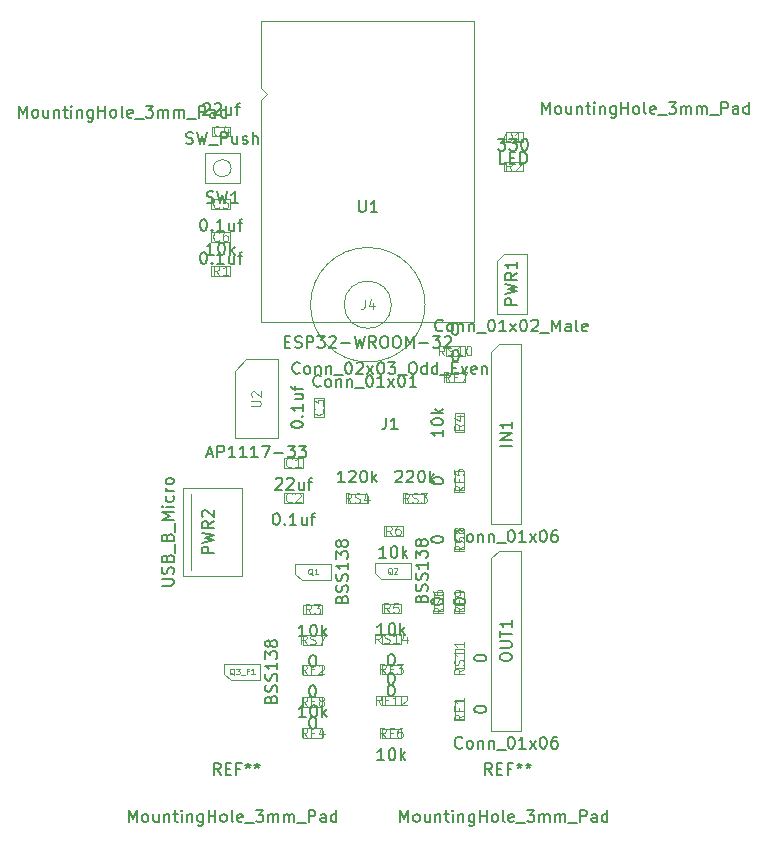
<source format=gbr>
G04 #@! TF.GenerationSoftware,KiCad,Pcbnew,(5.1.4)-1*
G04 #@! TF.CreationDate,2019-12-14T01:31:00+08:00*
G04 #@! TF.ProjectId,esp-break,6573702d-6272-4656-916b-2e6b69636164,rev?*
G04 #@! TF.SameCoordinates,Original*
G04 #@! TF.FileFunction,Other,Fab,Top*
%FSLAX46Y46*%
G04 Gerber Fmt 4.6, Leading zero omitted, Abs format (unit mm)*
G04 Created by KiCad (PCBNEW (5.1.4)-1) date 2019-12-14 01:31:00*
%MOMM*%
%LPD*%
G04 APERTURE LIST*
%ADD10C,0.100000*%
%ADD11C,0.150000*%
%ADD12C,0.120000*%
%ADD13C,0.075000*%
G04 APERTURE END LIST*
D10*
X117767200Y-105949800D02*
X119367200Y-105949800D01*
X117767200Y-106749800D02*
X117767200Y-105949800D01*
X119367200Y-106749800D02*
X117767200Y-106749800D01*
X119367200Y-105949800D02*
X119367200Y-106749800D01*
X119367200Y-104108200D02*
X117767200Y-104108200D01*
X119367200Y-103308200D02*
X119367200Y-104108200D01*
X117767200Y-103308200D02*
X119367200Y-103308200D01*
X117767200Y-104108200D02*
X117767200Y-103308200D01*
X119367200Y-101517400D02*
X117767200Y-101517400D01*
X119367200Y-100717400D02*
X119367200Y-101517400D01*
X117767200Y-100717400D02*
X119367200Y-100717400D01*
X117767200Y-101517400D02*
X117767200Y-100717400D01*
X119364200Y-98926600D02*
X117764200Y-98926600D01*
X119364200Y-98126600D02*
X119364200Y-98926600D01*
X117764200Y-98126600D02*
X119364200Y-98126600D01*
X117764200Y-98926600D02*
X117764200Y-98126600D01*
X119374820Y-109513320D02*
X117774820Y-109513320D01*
X119374820Y-108713320D02*
X119374820Y-109513320D01*
X117774820Y-108713320D02*
X119374820Y-108713320D01*
X117774820Y-109513320D02*
X117774820Y-108713320D01*
X112737800Y-106851400D02*
X111137800Y-106851400D01*
X112737800Y-106051400D02*
X112737800Y-106851400D01*
X111137800Y-106051400D02*
X112737800Y-106051400D01*
X111137800Y-106851400D02*
X111137800Y-106051400D01*
X112709400Y-104159000D02*
X111109400Y-104159000D01*
X112709400Y-103359000D02*
X112709400Y-104159000D01*
X111109400Y-103359000D02*
X112709400Y-103359000D01*
X111109400Y-104159000D02*
X111109400Y-103359000D01*
X112734800Y-101619000D02*
X111134800Y-101619000D01*
X112734800Y-100819000D02*
X112734800Y-101619000D01*
X111134800Y-100819000D02*
X112734800Y-100819000D01*
X111134800Y-101619000D02*
X111134800Y-100819000D01*
X112734800Y-99028200D02*
X111134800Y-99028200D01*
X112734800Y-98228200D02*
X112734800Y-99028200D01*
X111134800Y-98228200D02*
X112734800Y-98228200D01*
X111134800Y-99028200D02*
X111134800Y-98228200D01*
X111137800Y-108700620D02*
X112737800Y-108700620D01*
X111137800Y-109500620D02*
X111137800Y-108700620D01*
X112737800Y-109500620D02*
X111137800Y-109500620D01*
X112737800Y-108700620D02*
X112737800Y-109500620D01*
X119542000Y-92373400D02*
X117942000Y-92373400D01*
X119542000Y-91573400D02*
X119542000Y-92373400D01*
X117942000Y-91573400D02*
X119542000Y-91573400D01*
X117942000Y-92373400D02*
X117942000Y-91573400D01*
X124733000Y-101943000D02*
X124733000Y-103543000D01*
X123933000Y-101943000D02*
X124733000Y-101943000D01*
X123933000Y-103543000D02*
X123933000Y-101943000D01*
X124733000Y-103543000D02*
X123933000Y-103543000D01*
X114897000Y-88830200D02*
X116497000Y-88830200D01*
X114897000Y-89630200D02*
X114897000Y-88830200D01*
X116497000Y-89630200D02*
X114897000Y-89630200D01*
X116497000Y-88830200D02*
X116497000Y-89630200D01*
X119773800Y-88830200D02*
X121373800Y-88830200D01*
X119773800Y-89630200D02*
X119773800Y-88830200D01*
X121373800Y-89630200D02*
X119773800Y-89630200D01*
X121373800Y-88830200D02*
X121373800Y-89630200D01*
X123933000Y-93510000D02*
X123933000Y-91910000D01*
X124733000Y-93510000D02*
X123933000Y-93510000D01*
X124733000Y-91910000D02*
X124733000Y-93510000D01*
X123933000Y-91910000D02*
X124733000Y-91910000D01*
X123933000Y-88531600D02*
X123933000Y-86931600D01*
X124733000Y-88531600D02*
X123933000Y-88531600D01*
X124733000Y-86931600D02*
X124733000Y-88531600D01*
X123933000Y-86931600D02*
X124733000Y-86931600D01*
X123933000Y-83604000D02*
X123933000Y-82004000D01*
X124733000Y-83604000D02*
X123933000Y-83604000D01*
X124733000Y-82004000D02*
X124733000Y-83604000D01*
X123933000Y-82004000D02*
X124733000Y-82004000D01*
X111086800Y-89604800D02*
X109486800Y-89604800D01*
X111086800Y-88804800D02*
X111086800Y-89604800D01*
X109486800Y-88804800D02*
X111086800Y-88804800D01*
X109486800Y-89604800D02*
X109486800Y-88804800D01*
X111086800Y-86607600D02*
X109486800Y-86607600D01*
X111086800Y-85807600D02*
X111086800Y-86607600D01*
X109486800Y-85807600D02*
X111086800Y-85807600D01*
X109486800Y-86607600D02*
X109486800Y-85807600D01*
X112068660Y-82321300D02*
X112068660Y-80721300D01*
X112868660Y-82321300D02*
X112068660Y-82321300D01*
X112868660Y-80721300D02*
X112868660Y-82321300D01*
X112068660Y-80721300D02*
X112868660Y-80721300D01*
X103343000Y-69551600D02*
X104943000Y-69551600D01*
X103343000Y-70351600D02*
X103343000Y-69551600D01*
X104943000Y-70351600D02*
X103343000Y-70351600D01*
X104943000Y-69551600D02*
X104943000Y-70351600D01*
X128105000Y-60735260D02*
X129705000Y-60735260D01*
X128105000Y-61535260D02*
X128105000Y-60735260D01*
X129705000Y-61535260D02*
X128105000Y-61535260D01*
X129705000Y-60735260D02*
X129705000Y-61535260D01*
X124738080Y-106276240D02*
X124738080Y-107876240D01*
X123938080Y-106276240D02*
X124738080Y-106276240D01*
X123938080Y-107876240D02*
X123938080Y-106276240D01*
X124738080Y-107876240D02*
X123938080Y-107876240D01*
X122980400Y-97167800D02*
X122980400Y-98767800D01*
X122180400Y-97167800D02*
X122980400Y-97167800D01*
X122180400Y-98767800D02*
X122180400Y-97167800D01*
X122980400Y-98767800D02*
X122180400Y-98767800D01*
X123938080Y-98760180D02*
X123938080Y-97160180D01*
X124738080Y-98760180D02*
X123938080Y-98760180D01*
X124738080Y-97160180D02*
X124738080Y-98760180D01*
X123938080Y-97160180D02*
X124738080Y-97160180D01*
X123177400Y-76358800D02*
X124777400Y-76358800D01*
X123177400Y-77158800D02*
X123177400Y-76358800D01*
X124777400Y-77158800D02*
X123177400Y-77158800D01*
X124777400Y-76358800D02*
X124777400Y-77158800D01*
X123202800Y-78594000D02*
X124802800Y-78594000D01*
X123202800Y-79394000D02*
X123202800Y-78594000D01*
X124802800Y-79394000D02*
X123202800Y-79394000D01*
X124802800Y-78594000D02*
X124802800Y-79394000D01*
X104937000Y-67481400D02*
X103337000Y-67481400D01*
X104937000Y-66681400D02*
X104937000Y-67481400D01*
X103337000Y-66681400D02*
X104937000Y-66681400D01*
X103337000Y-67481400D02*
X103337000Y-66681400D01*
X104937000Y-64687400D02*
X103337000Y-64687400D01*
X104937000Y-63887400D02*
X104937000Y-64687400D01*
X103337000Y-63887400D02*
X104937000Y-63887400D01*
X103337000Y-64687400D02*
X103337000Y-63887400D01*
X103362860Y-57740600D02*
X104962860Y-57740600D01*
X103362860Y-58540600D02*
X103362860Y-57740600D01*
X104962860Y-58540600D02*
X103362860Y-58540600D01*
X104962860Y-57740600D02*
X104962860Y-58540600D01*
X129710080Y-59023200D02*
X129710080Y-58223200D01*
X128110080Y-59023200D02*
X129710080Y-59023200D01*
X128110080Y-58523200D02*
X128110080Y-59023200D01*
X128410080Y-58223200D02*
X128110080Y-58523200D01*
X129710080Y-58223200D02*
X128410080Y-58223200D01*
X105767000Y-62514800D02*
X102767000Y-62514800D01*
X102767000Y-62514800D02*
X102767000Y-60014800D01*
X102767000Y-60014800D02*
X105767000Y-60014800D01*
X105767000Y-60014800D02*
X105767000Y-62514800D01*
X105017000Y-61264800D02*
G75*
G03X105017000Y-61264800I-750000J0D01*
G01*
X118586000Y-72821800D02*
G75*
G03X118586000Y-72821800I-2000000J0D01*
G01*
X121436258Y-72821800D02*
G75*
G03X121436258Y-72821800I-4850258J0D01*
G01*
X125586000Y-74276000D02*
X125586000Y-48771000D01*
X107586000Y-74276000D02*
X125586000Y-74276000D01*
X107586000Y-48771000D02*
X107586000Y-54496000D01*
X107586000Y-48771000D02*
X125586000Y-48771000D01*
X107586000Y-55496000D02*
X107586000Y-74276000D01*
X108086000Y-54996000D02*
X107586000Y-54496000D01*
X107586000Y-55496000D02*
X108086000Y-54996000D01*
X127685800Y-76149200D02*
X129590800Y-76149200D01*
X129590800Y-76149200D02*
X129590800Y-91389200D01*
X129590800Y-91389200D02*
X127050800Y-91389200D01*
X127050800Y-91389200D02*
X127050800Y-76784200D01*
X127050800Y-76784200D02*
X127685800Y-76149200D01*
X127050800Y-94284800D02*
X127685800Y-93649800D01*
X127050800Y-108889800D02*
X127050800Y-94284800D01*
X129590800Y-108889800D02*
X127050800Y-108889800D01*
X129590800Y-93649800D02*
X129590800Y-108889800D01*
X127685800Y-93649800D02*
X129590800Y-93649800D01*
X128122680Y-68491100D02*
X130027680Y-68491100D01*
X130027680Y-68491100D02*
X130027680Y-73571100D01*
X130027680Y-73571100D02*
X127487680Y-73571100D01*
X127487680Y-73571100D02*
X127487680Y-69126100D01*
X127487680Y-69126100D02*
X128122680Y-68491100D01*
X113483200Y-96137200D02*
X113483200Y-94737200D01*
X110443200Y-94737200D02*
X113483200Y-94737200D01*
X111013200Y-96137200D02*
X110443200Y-95587200D01*
X110443200Y-95587200D02*
X110443200Y-94737200D01*
X111013200Y-96137200D02*
X113463200Y-96137200D01*
X117744200Y-96077000D02*
X120194200Y-96077000D01*
X117174200Y-95527000D02*
X117174200Y-94677000D01*
X117744200Y-96077000D02*
X117174200Y-95527000D01*
X117174200Y-94677000D02*
X120214200Y-94677000D01*
X120214200Y-96077000D02*
X120214200Y-94677000D01*
X105312200Y-78447400D02*
X106312200Y-77447400D01*
X105312200Y-78447400D02*
X105312200Y-84147400D01*
X106312200Y-77447400D02*
X109012200Y-77447400D01*
X105312200Y-84147400D02*
X109012200Y-84147400D01*
X109012200Y-77447400D02*
X109012200Y-84147400D01*
X105018800Y-104602000D02*
X107468800Y-104602000D01*
X104448800Y-104052000D02*
X104448800Y-103202000D01*
X105018800Y-104602000D02*
X104448800Y-104052000D01*
X104448800Y-103202000D02*
X107488800Y-103202000D01*
X107488800Y-104602000D02*
X107488800Y-103202000D01*
X100942400Y-95825000D02*
X100942400Y-88325000D01*
X105942400Y-95825000D02*
X100942400Y-95825000D01*
X105942400Y-88325000D02*
X105942400Y-95825000D01*
X100942400Y-88325000D02*
X105942400Y-88325000D01*
X101642400Y-88825000D02*
X101642400Y-95325000D01*
D11*
X118519580Y-103982180D02*
X118614819Y-103982180D01*
X118710057Y-104029800D01*
X118757676Y-104077419D01*
X118805295Y-104172657D01*
X118852914Y-104363133D01*
X118852914Y-104601228D01*
X118805295Y-104791704D01*
X118757676Y-104886942D01*
X118710057Y-104934561D01*
X118614819Y-104982180D01*
X118519580Y-104982180D01*
X118424342Y-104934561D01*
X118376723Y-104886942D01*
X118329104Y-104791704D01*
X118281485Y-104601228D01*
X118281485Y-104363133D01*
X118329104Y-104172657D01*
X118376723Y-104077419D01*
X118424342Y-104029800D01*
X118519580Y-103982180D01*
D12*
X117710057Y-106711704D02*
X117443390Y-106330752D01*
X117252914Y-106711704D02*
X117252914Y-105911704D01*
X117557676Y-105911704D01*
X117633866Y-105949800D01*
X117671961Y-105987895D01*
X117710057Y-106064085D01*
X117710057Y-106178371D01*
X117671961Y-106254561D01*
X117633866Y-106292657D01*
X117557676Y-106330752D01*
X117252914Y-106330752D01*
X118319580Y-106292657D02*
X118052914Y-106292657D01*
X118052914Y-106711704D02*
X118052914Y-105911704D01*
X118433866Y-105911704D01*
X119157676Y-106711704D02*
X118700533Y-106711704D01*
X118929104Y-106711704D02*
X118929104Y-105911704D01*
X118852914Y-106025990D01*
X118776723Y-106102180D01*
X118700533Y-106140276D01*
X119462438Y-105987895D02*
X119500533Y-105949800D01*
X119576723Y-105911704D01*
X119767200Y-105911704D01*
X119843390Y-105949800D01*
X119881485Y-105987895D01*
X119919580Y-106064085D01*
X119919580Y-106140276D01*
X119881485Y-106254561D01*
X119424342Y-106711704D01*
X119919580Y-106711704D01*
D11*
X118519580Y-104980580D02*
X118614819Y-104980580D01*
X118710057Y-105028200D01*
X118757676Y-105075819D01*
X118805295Y-105171057D01*
X118852914Y-105361533D01*
X118852914Y-105599628D01*
X118805295Y-105790104D01*
X118757676Y-105885342D01*
X118710057Y-105932961D01*
X118614819Y-105980580D01*
X118519580Y-105980580D01*
X118424342Y-105932961D01*
X118376723Y-105885342D01*
X118329104Y-105790104D01*
X118281485Y-105599628D01*
X118281485Y-105361533D01*
X118329104Y-105171057D01*
X118376723Y-105075819D01*
X118424342Y-105028200D01*
X118519580Y-104980580D01*
D12*
X118091009Y-104070104D02*
X117824342Y-103689152D01*
X117633866Y-104070104D02*
X117633866Y-103270104D01*
X117938628Y-103270104D01*
X118014819Y-103308200D01*
X118052914Y-103346295D01*
X118091009Y-103422485D01*
X118091009Y-103536771D01*
X118052914Y-103612961D01*
X118014819Y-103651057D01*
X117938628Y-103689152D01*
X117633866Y-103689152D01*
X118700533Y-103651057D02*
X118433866Y-103651057D01*
X118433866Y-104070104D02*
X118433866Y-103270104D01*
X118814819Y-103270104D01*
X119043390Y-103270104D02*
X119538628Y-103270104D01*
X119271961Y-103574866D01*
X119386247Y-103574866D01*
X119462438Y-103612961D01*
X119500533Y-103651057D01*
X119538628Y-103727247D01*
X119538628Y-103917723D01*
X119500533Y-103993914D01*
X119462438Y-104032009D01*
X119386247Y-104070104D01*
X119157676Y-104070104D01*
X119081485Y-104032009D01*
X119043390Y-103993914D01*
D11*
X118519580Y-102389780D02*
X118614819Y-102389780D01*
X118710057Y-102437400D01*
X118757676Y-102485019D01*
X118805295Y-102580257D01*
X118852914Y-102770733D01*
X118852914Y-103008828D01*
X118805295Y-103199304D01*
X118757676Y-103294542D01*
X118710057Y-103342161D01*
X118614819Y-103389780D01*
X118519580Y-103389780D01*
X118424342Y-103342161D01*
X118376723Y-103294542D01*
X118329104Y-103199304D01*
X118281485Y-103008828D01*
X118281485Y-102770733D01*
X118329104Y-102580257D01*
X118376723Y-102485019D01*
X118424342Y-102437400D01*
X118519580Y-102389780D01*
D12*
X117671961Y-101479304D02*
X117405295Y-101098352D01*
X117214819Y-101479304D02*
X117214819Y-100679304D01*
X117519580Y-100679304D01*
X117595771Y-100717400D01*
X117633866Y-100755495D01*
X117671961Y-100831685D01*
X117671961Y-100945971D01*
X117633866Y-101022161D01*
X117595771Y-101060257D01*
X117519580Y-101098352D01*
X117214819Y-101098352D01*
X117976723Y-101441209D02*
X118091009Y-101479304D01*
X118281485Y-101479304D01*
X118357676Y-101441209D01*
X118395771Y-101403114D01*
X118433866Y-101326923D01*
X118433866Y-101250733D01*
X118395771Y-101174542D01*
X118357676Y-101136447D01*
X118281485Y-101098352D01*
X118129104Y-101060257D01*
X118052914Y-101022161D01*
X118014819Y-100984066D01*
X117976723Y-100907876D01*
X117976723Y-100831685D01*
X118014819Y-100755495D01*
X118052914Y-100717400D01*
X118129104Y-100679304D01*
X118319580Y-100679304D01*
X118433866Y-100717400D01*
X119195771Y-101479304D02*
X118738628Y-101479304D01*
X118967200Y-101479304D02*
X118967200Y-100679304D01*
X118891009Y-100793590D01*
X118814819Y-100869780D01*
X118738628Y-100907876D01*
X119881485Y-100945971D02*
X119881485Y-101479304D01*
X119691009Y-100641209D02*
X119500533Y-101212638D01*
X119995771Y-101212638D01*
D11*
X117968961Y-100798980D02*
X117397533Y-100798980D01*
X117683247Y-100798980D02*
X117683247Y-99798980D01*
X117588009Y-99941838D01*
X117492771Y-100037076D01*
X117397533Y-100084695D01*
X118588009Y-99798980D02*
X118683247Y-99798980D01*
X118778485Y-99846600D01*
X118826104Y-99894219D01*
X118873723Y-99989457D01*
X118921342Y-100179933D01*
X118921342Y-100418028D01*
X118873723Y-100608504D01*
X118826104Y-100703742D01*
X118778485Y-100751361D01*
X118683247Y-100798980D01*
X118588009Y-100798980D01*
X118492771Y-100751361D01*
X118445152Y-100703742D01*
X118397533Y-100608504D01*
X118349914Y-100418028D01*
X118349914Y-100179933D01*
X118397533Y-99989457D01*
X118445152Y-99894219D01*
X118492771Y-99846600D01*
X118588009Y-99798980D01*
X119349914Y-100798980D02*
X119349914Y-99798980D01*
X119445152Y-100418028D02*
X119730866Y-100798980D01*
X119730866Y-100132314D02*
X119349914Y-100513266D01*
D12*
X118430866Y-98888504D02*
X118164200Y-98507552D01*
X117973723Y-98888504D02*
X117973723Y-98088504D01*
X118278485Y-98088504D01*
X118354676Y-98126600D01*
X118392771Y-98164695D01*
X118430866Y-98240885D01*
X118430866Y-98355171D01*
X118392771Y-98431361D01*
X118354676Y-98469457D01*
X118278485Y-98507552D01*
X117973723Y-98507552D01*
X119154676Y-98088504D02*
X118773723Y-98088504D01*
X118735628Y-98469457D01*
X118773723Y-98431361D01*
X118849914Y-98393266D01*
X119040390Y-98393266D01*
X119116580Y-98431361D01*
X119154676Y-98469457D01*
X119192771Y-98545647D01*
X119192771Y-98736123D01*
X119154676Y-98812314D01*
X119116580Y-98850409D01*
X119040390Y-98888504D01*
X118849914Y-98888504D01*
X118773723Y-98850409D01*
X118735628Y-98812314D01*
D11*
X117979581Y-111385700D02*
X117408153Y-111385700D01*
X117693867Y-111385700D02*
X117693867Y-110385700D01*
X117598629Y-110528558D01*
X117503391Y-110623796D01*
X117408153Y-110671415D01*
X118598629Y-110385700D02*
X118693867Y-110385700D01*
X118789105Y-110433320D01*
X118836724Y-110480939D01*
X118884343Y-110576177D01*
X118931962Y-110766653D01*
X118931962Y-111004748D01*
X118884343Y-111195224D01*
X118836724Y-111290462D01*
X118789105Y-111338081D01*
X118693867Y-111385700D01*
X118598629Y-111385700D01*
X118503391Y-111338081D01*
X118455772Y-111290462D01*
X118408153Y-111195224D01*
X118360534Y-111004748D01*
X118360534Y-110766653D01*
X118408153Y-110576177D01*
X118455772Y-110480939D01*
X118503391Y-110433320D01*
X118598629Y-110385700D01*
X119360534Y-111385700D02*
X119360534Y-110385700D01*
X119455772Y-111004748D02*
X119741486Y-111385700D01*
X119741486Y-110719034D02*
X119360534Y-111099986D01*
D12*
X118098629Y-109475224D02*
X117831962Y-109094272D01*
X117641486Y-109475224D02*
X117641486Y-108675224D01*
X117946248Y-108675224D01*
X118022439Y-108713320D01*
X118060534Y-108751415D01*
X118098629Y-108827605D01*
X118098629Y-108941891D01*
X118060534Y-109018081D01*
X118022439Y-109056177D01*
X117946248Y-109094272D01*
X117641486Y-109094272D01*
X118708153Y-109056177D02*
X118441486Y-109056177D01*
X118441486Y-109475224D02*
X118441486Y-108675224D01*
X118822439Y-108675224D01*
X119470058Y-108675224D02*
X119317677Y-108675224D01*
X119241486Y-108713320D01*
X119203391Y-108751415D01*
X119127200Y-108865700D01*
X119089105Y-109018081D01*
X119089105Y-109322843D01*
X119127200Y-109399034D01*
X119165296Y-109437129D01*
X119241486Y-109475224D01*
X119393867Y-109475224D01*
X119470058Y-109437129D01*
X119508153Y-109399034D01*
X119546248Y-109322843D01*
X119546248Y-109132367D01*
X119508153Y-109056177D01*
X119470058Y-109018081D01*
X119393867Y-108979986D01*
X119241486Y-108979986D01*
X119165296Y-109018081D01*
X119127200Y-109056177D01*
X119089105Y-109132367D01*
D11*
X111890180Y-107723780D02*
X111985419Y-107723780D01*
X112080657Y-107771400D01*
X112128276Y-107819019D01*
X112175895Y-107914257D01*
X112223514Y-108104733D01*
X112223514Y-108342828D01*
X112175895Y-108533304D01*
X112128276Y-108628542D01*
X112080657Y-108676161D01*
X111985419Y-108723780D01*
X111890180Y-108723780D01*
X111794942Y-108676161D01*
X111747323Y-108628542D01*
X111699704Y-108533304D01*
X111652085Y-108342828D01*
X111652085Y-108104733D01*
X111699704Y-107914257D01*
X111747323Y-107819019D01*
X111794942Y-107771400D01*
X111890180Y-107723780D01*
D12*
X111461609Y-106813304D02*
X111194942Y-106432352D01*
X111004466Y-106813304D02*
X111004466Y-106013304D01*
X111309228Y-106013304D01*
X111385419Y-106051400D01*
X111423514Y-106089495D01*
X111461609Y-106165685D01*
X111461609Y-106279971D01*
X111423514Y-106356161D01*
X111385419Y-106394257D01*
X111309228Y-106432352D01*
X111004466Y-106432352D01*
X112071133Y-106394257D02*
X111804466Y-106394257D01*
X111804466Y-106813304D02*
X111804466Y-106013304D01*
X112185419Y-106013304D01*
X112604466Y-106356161D02*
X112528276Y-106318066D01*
X112490180Y-106279971D01*
X112452085Y-106203780D01*
X112452085Y-106165685D01*
X112490180Y-106089495D01*
X112528276Y-106051400D01*
X112604466Y-106013304D01*
X112756847Y-106013304D01*
X112833038Y-106051400D01*
X112871133Y-106089495D01*
X112909228Y-106165685D01*
X112909228Y-106203780D01*
X112871133Y-106279971D01*
X112833038Y-106318066D01*
X112756847Y-106356161D01*
X112604466Y-106356161D01*
X112528276Y-106394257D01*
X112490180Y-106432352D01*
X112452085Y-106508542D01*
X112452085Y-106660923D01*
X112490180Y-106737114D01*
X112528276Y-106775209D01*
X112604466Y-106813304D01*
X112756847Y-106813304D01*
X112833038Y-106775209D01*
X112871133Y-106737114D01*
X112909228Y-106660923D01*
X112909228Y-106508542D01*
X112871133Y-106432352D01*
X112833038Y-106394257D01*
X112756847Y-106356161D01*
D11*
X111861780Y-105031380D02*
X111957019Y-105031380D01*
X112052257Y-105079000D01*
X112099876Y-105126619D01*
X112147495Y-105221857D01*
X112195114Y-105412333D01*
X112195114Y-105650428D01*
X112147495Y-105840904D01*
X112099876Y-105936142D01*
X112052257Y-105983761D01*
X111957019Y-106031380D01*
X111861780Y-106031380D01*
X111766542Y-105983761D01*
X111718923Y-105936142D01*
X111671304Y-105840904D01*
X111623685Y-105650428D01*
X111623685Y-105412333D01*
X111671304Y-105221857D01*
X111718923Y-105126619D01*
X111766542Y-105079000D01*
X111861780Y-105031380D01*
D12*
X111433209Y-104120904D02*
X111166542Y-103739952D01*
X110976066Y-104120904D02*
X110976066Y-103320904D01*
X111280828Y-103320904D01*
X111357019Y-103359000D01*
X111395114Y-103397095D01*
X111433209Y-103473285D01*
X111433209Y-103587571D01*
X111395114Y-103663761D01*
X111357019Y-103701857D01*
X111280828Y-103739952D01*
X110976066Y-103739952D01*
X112042733Y-103701857D02*
X111776066Y-103701857D01*
X111776066Y-104120904D02*
X111776066Y-103320904D01*
X112157019Y-103320904D01*
X112423685Y-103397095D02*
X112461780Y-103359000D01*
X112537971Y-103320904D01*
X112728447Y-103320904D01*
X112804638Y-103359000D01*
X112842733Y-103397095D01*
X112880828Y-103473285D01*
X112880828Y-103549476D01*
X112842733Y-103663761D01*
X112385590Y-104120904D01*
X112880828Y-104120904D01*
D11*
X111887180Y-102491380D02*
X111982419Y-102491380D01*
X112077657Y-102539000D01*
X112125276Y-102586619D01*
X112172895Y-102681857D01*
X112220514Y-102872333D01*
X112220514Y-103110428D01*
X112172895Y-103300904D01*
X112125276Y-103396142D01*
X112077657Y-103443761D01*
X111982419Y-103491380D01*
X111887180Y-103491380D01*
X111791942Y-103443761D01*
X111744323Y-103396142D01*
X111696704Y-103300904D01*
X111649085Y-103110428D01*
X111649085Y-102872333D01*
X111696704Y-102681857D01*
X111744323Y-102586619D01*
X111791942Y-102539000D01*
X111887180Y-102491380D01*
D12*
X111420514Y-101580904D02*
X111153847Y-101199952D01*
X110963371Y-101580904D02*
X110963371Y-100780904D01*
X111268133Y-100780904D01*
X111344323Y-100819000D01*
X111382419Y-100857095D01*
X111420514Y-100933285D01*
X111420514Y-101047571D01*
X111382419Y-101123761D01*
X111344323Y-101161857D01*
X111268133Y-101199952D01*
X110963371Y-101199952D01*
X111725276Y-101542809D02*
X111839561Y-101580904D01*
X112030038Y-101580904D01*
X112106228Y-101542809D01*
X112144323Y-101504714D01*
X112182419Y-101428523D01*
X112182419Y-101352333D01*
X112144323Y-101276142D01*
X112106228Y-101238047D01*
X112030038Y-101199952D01*
X111877657Y-101161857D01*
X111801466Y-101123761D01*
X111763371Y-101085666D01*
X111725276Y-101009476D01*
X111725276Y-100933285D01*
X111763371Y-100857095D01*
X111801466Y-100819000D01*
X111877657Y-100780904D01*
X112068133Y-100780904D01*
X112182419Y-100819000D01*
X112449085Y-100780904D02*
X112982419Y-100780904D01*
X112639561Y-101580904D01*
D11*
X111339561Y-100900580D02*
X110768133Y-100900580D01*
X111053847Y-100900580D02*
X111053847Y-99900580D01*
X110958609Y-100043438D01*
X110863371Y-100138676D01*
X110768133Y-100186295D01*
X111958609Y-99900580D02*
X112053847Y-99900580D01*
X112149085Y-99948200D01*
X112196704Y-99995819D01*
X112244323Y-100091057D01*
X112291942Y-100281533D01*
X112291942Y-100519628D01*
X112244323Y-100710104D01*
X112196704Y-100805342D01*
X112149085Y-100852961D01*
X112053847Y-100900580D01*
X111958609Y-100900580D01*
X111863371Y-100852961D01*
X111815752Y-100805342D01*
X111768133Y-100710104D01*
X111720514Y-100519628D01*
X111720514Y-100281533D01*
X111768133Y-100091057D01*
X111815752Y-99995819D01*
X111863371Y-99948200D01*
X111958609Y-99900580D01*
X112720514Y-100900580D02*
X112720514Y-99900580D01*
X112815752Y-100519628D02*
X113101466Y-100900580D01*
X113101466Y-100233914D02*
X112720514Y-100614866D01*
D12*
X111801466Y-98990104D02*
X111534800Y-98609152D01*
X111344323Y-98990104D02*
X111344323Y-98190104D01*
X111649085Y-98190104D01*
X111725276Y-98228200D01*
X111763371Y-98266295D01*
X111801466Y-98342485D01*
X111801466Y-98456771D01*
X111763371Y-98532961D01*
X111725276Y-98571057D01*
X111649085Y-98609152D01*
X111344323Y-98609152D01*
X112068133Y-98190104D02*
X112563371Y-98190104D01*
X112296704Y-98494866D01*
X112410990Y-98494866D01*
X112487180Y-98532961D01*
X112525276Y-98571057D01*
X112563371Y-98647247D01*
X112563371Y-98837723D01*
X112525276Y-98913914D01*
X112487180Y-98952009D01*
X112410990Y-98990104D01*
X112182419Y-98990104D01*
X112106228Y-98952009D01*
X112068133Y-98913914D01*
D11*
X111342561Y-107733000D02*
X110771133Y-107733000D01*
X111056847Y-107733000D02*
X111056847Y-106733000D01*
X110961609Y-106875858D01*
X110866371Y-106971096D01*
X110771133Y-107018715D01*
X111961609Y-106733000D02*
X112056847Y-106733000D01*
X112152085Y-106780620D01*
X112199704Y-106828239D01*
X112247323Y-106923477D01*
X112294942Y-107113953D01*
X112294942Y-107352048D01*
X112247323Y-107542524D01*
X112199704Y-107637762D01*
X112152085Y-107685381D01*
X112056847Y-107733000D01*
X111961609Y-107733000D01*
X111866371Y-107685381D01*
X111818752Y-107637762D01*
X111771133Y-107542524D01*
X111723514Y-107352048D01*
X111723514Y-107113953D01*
X111771133Y-106923477D01*
X111818752Y-106828239D01*
X111866371Y-106780620D01*
X111961609Y-106733000D01*
X112723514Y-107733000D02*
X112723514Y-106733000D01*
X112818752Y-107352048D02*
X113104466Y-107733000D01*
X113104466Y-107066334D02*
X112723514Y-107447286D01*
D12*
X111461609Y-109462524D02*
X111194942Y-109081572D01*
X111004466Y-109462524D02*
X111004466Y-108662524D01*
X111309228Y-108662524D01*
X111385419Y-108700620D01*
X111423514Y-108738715D01*
X111461609Y-108814905D01*
X111461609Y-108929191D01*
X111423514Y-109005381D01*
X111385419Y-109043477D01*
X111309228Y-109081572D01*
X111004466Y-109081572D01*
X112071133Y-109043477D02*
X111804466Y-109043477D01*
X111804466Y-109462524D02*
X111804466Y-108662524D01*
X112185419Y-108662524D01*
X112833038Y-108929191D02*
X112833038Y-109462524D01*
X112642561Y-108624429D02*
X112452085Y-109195858D01*
X112947323Y-109195858D01*
D11*
X118146761Y-94245780D02*
X117575333Y-94245780D01*
X117861047Y-94245780D02*
X117861047Y-93245780D01*
X117765809Y-93388638D01*
X117670571Y-93483876D01*
X117575333Y-93531495D01*
X118765809Y-93245780D02*
X118861047Y-93245780D01*
X118956285Y-93293400D01*
X119003904Y-93341019D01*
X119051523Y-93436257D01*
X119099142Y-93626733D01*
X119099142Y-93864828D01*
X119051523Y-94055304D01*
X119003904Y-94150542D01*
X118956285Y-94198161D01*
X118861047Y-94245780D01*
X118765809Y-94245780D01*
X118670571Y-94198161D01*
X118622952Y-94150542D01*
X118575333Y-94055304D01*
X118527714Y-93864828D01*
X118527714Y-93626733D01*
X118575333Y-93436257D01*
X118622952Y-93341019D01*
X118670571Y-93293400D01*
X118765809Y-93245780D01*
X119527714Y-94245780D02*
X119527714Y-93245780D01*
X119622952Y-93864828D02*
X119908666Y-94245780D01*
X119908666Y-93579114D02*
X119527714Y-93960066D01*
D12*
X118608666Y-92335304D02*
X118342000Y-91954352D01*
X118151523Y-92335304D02*
X118151523Y-91535304D01*
X118456285Y-91535304D01*
X118532476Y-91573400D01*
X118570571Y-91611495D01*
X118608666Y-91687685D01*
X118608666Y-91801971D01*
X118570571Y-91878161D01*
X118532476Y-91916257D01*
X118456285Y-91954352D01*
X118151523Y-91954352D01*
X119294380Y-91535304D02*
X119142000Y-91535304D01*
X119065809Y-91573400D01*
X119027714Y-91611495D01*
X118951523Y-91725780D01*
X118913428Y-91878161D01*
X118913428Y-92182923D01*
X118951523Y-92259114D01*
X118989619Y-92297209D01*
X119065809Y-92335304D01*
X119218190Y-92335304D01*
X119294380Y-92297209D01*
X119332476Y-92259114D01*
X119370571Y-92182923D01*
X119370571Y-91992447D01*
X119332476Y-91916257D01*
X119294380Y-91878161D01*
X119218190Y-91840066D01*
X119065809Y-91840066D01*
X118989619Y-91878161D01*
X118951523Y-91916257D01*
X118913428Y-91992447D01*
D11*
X125605380Y-102790619D02*
X125605380Y-102695380D01*
X125653000Y-102600142D01*
X125700619Y-102552523D01*
X125795857Y-102504904D01*
X125986333Y-102457285D01*
X126224428Y-102457285D01*
X126414904Y-102504904D01*
X126510142Y-102552523D01*
X126557761Y-102600142D01*
X126605380Y-102695380D01*
X126605380Y-102790619D01*
X126557761Y-102885857D01*
X126510142Y-102933476D01*
X126414904Y-102981095D01*
X126224428Y-103028714D01*
X125986333Y-103028714D01*
X125795857Y-102981095D01*
X125700619Y-102933476D01*
X125653000Y-102885857D01*
X125605380Y-102790619D01*
D12*
X124694904Y-103638238D02*
X124313952Y-103904904D01*
X124694904Y-104095380D02*
X123894904Y-104095380D01*
X123894904Y-103790619D01*
X123933000Y-103714428D01*
X123971095Y-103676333D01*
X124047285Y-103638238D01*
X124161571Y-103638238D01*
X124237761Y-103676333D01*
X124275857Y-103714428D01*
X124313952Y-103790619D01*
X124313952Y-104095380D01*
X124656809Y-103333476D02*
X124694904Y-103219190D01*
X124694904Y-103028714D01*
X124656809Y-102952523D01*
X124618714Y-102914428D01*
X124542523Y-102876333D01*
X124466333Y-102876333D01*
X124390142Y-102914428D01*
X124352047Y-102952523D01*
X124313952Y-103028714D01*
X124275857Y-103181095D01*
X124237761Y-103257285D01*
X124199666Y-103295380D01*
X124123476Y-103333476D01*
X124047285Y-103333476D01*
X123971095Y-103295380D01*
X123933000Y-103257285D01*
X123894904Y-103181095D01*
X123894904Y-102990619D01*
X123933000Y-102876333D01*
X124694904Y-102114428D02*
X124694904Y-102571571D01*
X124694904Y-102343000D02*
X123894904Y-102343000D01*
X124009190Y-102419190D01*
X124085380Y-102495380D01*
X124123476Y-102571571D01*
X124694904Y-101352523D02*
X124694904Y-101809666D01*
X124694904Y-101581095D02*
X123894904Y-101581095D01*
X124009190Y-101657285D01*
X124085380Y-101733476D01*
X124123476Y-101809666D01*
D11*
X114625571Y-87862580D02*
X114054142Y-87862580D01*
X114339857Y-87862580D02*
X114339857Y-86862580D01*
X114244619Y-87005438D01*
X114149380Y-87100676D01*
X114054142Y-87148295D01*
X115006523Y-86957819D02*
X115054142Y-86910200D01*
X115149380Y-86862580D01*
X115387476Y-86862580D01*
X115482714Y-86910200D01*
X115530333Y-86957819D01*
X115577952Y-87053057D01*
X115577952Y-87148295D01*
X115530333Y-87291152D01*
X114958904Y-87862580D01*
X115577952Y-87862580D01*
X116197000Y-86862580D02*
X116292238Y-86862580D01*
X116387476Y-86910200D01*
X116435095Y-86957819D01*
X116482714Y-87053057D01*
X116530333Y-87243533D01*
X116530333Y-87481628D01*
X116482714Y-87672104D01*
X116435095Y-87767342D01*
X116387476Y-87814961D01*
X116292238Y-87862580D01*
X116197000Y-87862580D01*
X116101761Y-87814961D01*
X116054142Y-87767342D01*
X116006523Y-87672104D01*
X115958904Y-87481628D01*
X115958904Y-87243533D01*
X116006523Y-87053057D01*
X116054142Y-86957819D01*
X116101761Y-86910200D01*
X116197000Y-86862580D01*
X116958904Y-87862580D02*
X116958904Y-86862580D01*
X117054142Y-87481628D02*
X117339857Y-87862580D01*
X117339857Y-87195914D02*
X116958904Y-87576866D01*
D12*
X115182714Y-89592104D02*
X114916047Y-89211152D01*
X114725571Y-89592104D02*
X114725571Y-88792104D01*
X115030333Y-88792104D01*
X115106523Y-88830200D01*
X115144619Y-88868295D01*
X115182714Y-88944485D01*
X115182714Y-89058771D01*
X115144619Y-89134961D01*
X115106523Y-89173057D01*
X115030333Y-89211152D01*
X114725571Y-89211152D01*
X115487476Y-89554009D02*
X115601761Y-89592104D01*
X115792238Y-89592104D01*
X115868428Y-89554009D01*
X115906523Y-89515914D01*
X115944619Y-89439723D01*
X115944619Y-89363533D01*
X115906523Y-89287342D01*
X115868428Y-89249247D01*
X115792238Y-89211152D01*
X115639857Y-89173057D01*
X115563666Y-89134961D01*
X115525571Y-89096866D01*
X115487476Y-89020676D01*
X115487476Y-88944485D01*
X115525571Y-88868295D01*
X115563666Y-88830200D01*
X115639857Y-88792104D01*
X115830333Y-88792104D01*
X115944619Y-88830200D01*
X116630333Y-89058771D02*
X116630333Y-89592104D01*
X116439857Y-88754009D02*
X116249380Y-89325438D01*
X116744619Y-89325438D01*
D11*
X118930942Y-86957819D02*
X118978561Y-86910200D01*
X119073800Y-86862580D01*
X119311895Y-86862580D01*
X119407133Y-86910200D01*
X119454752Y-86957819D01*
X119502371Y-87053057D01*
X119502371Y-87148295D01*
X119454752Y-87291152D01*
X118883323Y-87862580D01*
X119502371Y-87862580D01*
X119883323Y-86957819D02*
X119930942Y-86910200D01*
X120026180Y-86862580D01*
X120264276Y-86862580D01*
X120359514Y-86910200D01*
X120407133Y-86957819D01*
X120454752Y-87053057D01*
X120454752Y-87148295D01*
X120407133Y-87291152D01*
X119835704Y-87862580D01*
X120454752Y-87862580D01*
X121073800Y-86862580D02*
X121169038Y-86862580D01*
X121264276Y-86910200D01*
X121311895Y-86957819D01*
X121359514Y-87053057D01*
X121407133Y-87243533D01*
X121407133Y-87481628D01*
X121359514Y-87672104D01*
X121311895Y-87767342D01*
X121264276Y-87814961D01*
X121169038Y-87862580D01*
X121073800Y-87862580D01*
X120978561Y-87814961D01*
X120930942Y-87767342D01*
X120883323Y-87672104D01*
X120835704Y-87481628D01*
X120835704Y-87243533D01*
X120883323Y-87053057D01*
X120930942Y-86957819D01*
X120978561Y-86910200D01*
X121073800Y-86862580D01*
X121835704Y-87862580D02*
X121835704Y-86862580D01*
X121930942Y-87481628D02*
X122216657Y-87862580D01*
X122216657Y-87195914D02*
X121835704Y-87576866D01*
D12*
X120059514Y-89592104D02*
X119792847Y-89211152D01*
X119602371Y-89592104D02*
X119602371Y-88792104D01*
X119907133Y-88792104D01*
X119983323Y-88830200D01*
X120021419Y-88868295D01*
X120059514Y-88944485D01*
X120059514Y-89058771D01*
X120021419Y-89134961D01*
X119983323Y-89173057D01*
X119907133Y-89211152D01*
X119602371Y-89211152D01*
X120364276Y-89554009D02*
X120478561Y-89592104D01*
X120669038Y-89592104D01*
X120745228Y-89554009D01*
X120783323Y-89515914D01*
X120821419Y-89439723D01*
X120821419Y-89363533D01*
X120783323Y-89287342D01*
X120745228Y-89249247D01*
X120669038Y-89211152D01*
X120516657Y-89173057D01*
X120440466Y-89134961D01*
X120402371Y-89096866D01*
X120364276Y-89020676D01*
X120364276Y-88944485D01*
X120402371Y-88868295D01*
X120440466Y-88830200D01*
X120516657Y-88792104D01*
X120707133Y-88792104D01*
X120821419Y-88830200D01*
X121088085Y-88792104D02*
X121583323Y-88792104D01*
X121316657Y-89096866D01*
X121430942Y-89096866D01*
X121507133Y-89134961D01*
X121545228Y-89173057D01*
X121583323Y-89249247D01*
X121583323Y-89439723D01*
X121545228Y-89515914D01*
X121507133Y-89554009D01*
X121430942Y-89592104D01*
X121202371Y-89592104D01*
X121126180Y-89554009D01*
X121088085Y-89515914D01*
D11*
X121965380Y-92757619D02*
X121965380Y-92662380D01*
X122013000Y-92567142D01*
X122060619Y-92519523D01*
X122155857Y-92471904D01*
X122346333Y-92424285D01*
X122584428Y-92424285D01*
X122774904Y-92471904D01*
X122870142Y-92519523D01*
X122917761Y-92567142D01*
X122965380Y-92662380D01*
X122965380Y-92757619D01*
X122917761Y-92852857D01*
X122870142Y-92900476D01*
X122774904Y-92948095D01*
X122584428Y-92995714D01*
X122346333Y-92995714D01*
X122155857Y-92948095D01*
X122060619Y-92900476D01*
X122013000Y-92852857D01*
X121965380Y-92757619D01*
D12*
X124694904Y-93224285D02*
X124313952Y-93490952D01*
X124694904Y-93681428D02*
X123894904Y-93681428D01*
X123894904Y-93376666D01*
X123933000Y-93300476D01*
X123971095Y-93262380D01*
X124047285Y-93224285D01*
X124161571Y-93224285D01*
X124237761Y-93262380D01*
X124275857Y-93300476D01*
X124313952Y-93376666D01*
X124313952Y-93681428D01*
X124656809Y-92919523D02*
X124694904Y-92805238D01*
X124694904Y-92614761D01*
X124656809Y-92538571D01*
X124618714Y-92500476D01*
X124542523Y-92462380D01*
X124466333Y-92462380D01*
X124390142Y-92500476D01*
X124352047Y-92538571D01*
X124313952Y-92614761D01*
X124275857Y-92767142D01*
X124237761Y-92843333D01*
X124199666Y-92881428D01*
X124123476Y-92919523D01*
X124047285Y-92919523D01*
X123971095Y-92881428D01*
X123933000Y-92843333D01*
X123894904Y-92767142D01*
X123894904Y-92576666D01*
X123933000Y-92462380D01*
X124237761Y-92005238D02*
X124199666Y-92081428D01*
X124161571Y-92119523D01*
X124085380Y-92157619D01*
X124047285Y-92157619D01*
X123971095Y-92119523D01*
X123933000Y-92081428D01*
X123894904Y-92005238D01*
X123894904Y-91852857D01*
X123933000Y-91776666D01*
X123971095Y-91738571D01*
X124047285Y-91700476D01*
X124085380Y-91700476D01*
X124161571Y-91738571D01*
X124199666Y-91776666D01*
X124237761Y-91852857D01*
X124237761Y-92005238D01*
X124275857Y-92081428D01*
X124313952Y-92119523D01*
X124390142Y-92157619D01*
X124542523Y-92157619D01*
X124618714Y-92119523D01*
X124656809Y-92081428D01*
X124694904Y-92005238D01*
X124694904Y-91852857D01*
X124656809Y-91776666D01*
X124618714Y-91738571D01*
X124542523Y-91700476D01*
X124390142Y-91700476D01*
X124313952Y-91738571D01*
X124275857Y-91776666D01*
X124237761Y-91852857D01*
D11*
X121965380Y-87779219D02*
X121965380Y-87683980D01*
X122013000Y-87588742D01*
X122060619Y-87541123D01*
X122155857Y-87493504D01*
X122346333Y-87445885D01*
X122584428Y-87445885D01*
X122774904Y-87493504D01*
X122870142Y-87541123D01*
X122917761Y-87588742D01*
X122965380Y-87683980D01*
X122965380Y-87779219D01*
X122917761Y-87874457D01*
X122870142Y-87922076D01*
X122774904Y-87969695D01*
X122584428Y-88017314D01*
X122346333Y-88017314D01*
X122155857Y-87969695D01*
X122060619Y-87922076D01*
X122013000Y-87874457D01*
X121965380Y-87779219D01*
D12*
X124694904Y-88207790D02*
X124313952Y-88474457D01*
X124694904Y-88664933D02*
X123894904Y-88664933D01*
X123894904Y-88360171D01*
X123933000Y-88283980D01*
X123971095Y-88245885D01*
X124047285Y-88207790D01*
X124161571Y-88207790D01*
X124237761Y-88245885D01*
X124275857Y-88283980D01*
X124313952Y-88360171D01*
X124313952Y-88664933D01*
X124275857Y-87598266D02*
X124275857Y-87864933D01*
X124694904Y-87864933D02*
X123894904Y-87864933D01*
X123894904Y-87483980D01*
X123894904Y-86798266D02*
X123894904Y-87179219D01*
X124275857Y-87217314D01*
X124237761Y-87179219D01*
X124199666Y-87103028D01*
X124199666Y-86912552D01*
X124237761Y-86836361D01*
X124275857Y-86798266D01*
X124352047Y-86760171D01*
X124542523Y-86760171D01*
X124618714Y-86798266D01*
X124656809Y-86836361D01*
X124694904Y-86912552D01*
X124694904Y-87103028D01*
X124656809Y-87179219D01*
X124618714Y-87217314D01*
D11*
X122965380Y-83399238D02*
X122965380Y-83970666D01*
X122965380Y-83684952D02*
X121965380Y-83684952D01*
X122108238Y-83780190D01*
X122203476Y-83875428D01*
X122251095Y-83970666D01*
X121965380Y-82780190D02*
X121965380Y-82684952D01*
X122013000Y-82589714D01*
X122060619Y-82542095D01*
X122155857Y-82494476D01*
X122346333Y-82446857D01*
X122584428Y-82446857D01*
X122774904Y-82494476D01*
X122870142Y-82542095D01*
X122917761Y-82589714D01*
X122965380Y-82684952D01*
X122965380Y-82780190D01*
X122917761Y-82875428D01*
X122870142Y-82923047D01*
X122774904Y-82970666D01*
X122584428Y-83018285D01*
X122346333Y-83018285D01*
X122155857Y-82970666D01*
X122060619Y-82923047D01*
X122013000Y-82875428D01*
X121965380Y-82780190D01*
X122965380Y-82018285D02*
X121965380Y-82018285D01*
X122584428Y-81923047D02*
X122965380Y-81637333D01*
X122298714Y-81637333D02*
X122679666Y-82018285D01*
D12*
X124694904Y-82937333D02*
X124313952Y-83204000D01*
X124694904Y-83394476D02*
X123894904Y-83394476D01*
X123894904Y-83089714D01*
X123933000Y-83013523D01*
X123971095Y-82975428D01*
X124047285Y-82937333D01*
X124161571Y-82937333D01*
X124237761Y-82975428D01*
X124275857Y-83013523D01*
X124313952Y-83089714D01*
X124313952Y-83394476D01*
X124161571Y-82251619D02*
X124694904Y-82251619D01*
X123856809Y-82442095D02*
X124428238Y-82632571D01*
X124428238Y-82137333D01*
D11*
X108786800Y-90477180D02*
X108882038Y-90477180D01*
X108977276Y-90524800D01*
X109024895Y-90572419D01*
X109072514Y-90667657D01*
X109120133Y-90858133D01*
X109120133Y-91096228D01*
X109072514Y-91286704D01*
X109024895Y-91381942D01*
X108977276Y-91429561D01*
X108882038Y-91477180D01*
X108786800Y-91477180D01*
X108691561Y-91429561D01*
X108643942Y-91381942D01*
X108596323Y-91286704D01*
X108548704Y-91096228D01*
X108548704Y-90858133D01*
X108596323Y-90667657D01*
X108643942Y-90572419D01*
X108691561Y-90524800D01*
X108786800Y-90477180D01*
X109548704Y-91381942D02*
X109596323Y-91429561D01*
X109548704Y-91477180D01*
X109501085Y-91429561D01*
X109548704Y-91381942D01*
X109548704Y-91477180D01*
X110548704Y-91477180D02*
X109977276Y-91477180D01*
X110262990Y-91477180D02*
X110262990Y-90477180D01*
X110167752Y-90620038D01*
X110072514Y-90715276D01*
X109977276Y-90762895D01*
X111405847Y-90810514D02*
X111405847Y-91477180D01*
X110977276Y-90810514D02*
X110977276Y-91334323D01*
X111024895Y-91429561D01*
X111120133Y-91477180D01*
X111262990Y-91477180D01*
X111358228Y-91429561D01*
X111405847Y-91381942D01*
X111739180Y-90810514D02*
X112120133Y-90810514D01*
X111882038Y-91477180D02*
X111882038Y-90620038D01*
X111929657Y-90524800D01*
X112024895Y-90477180D01*
X112120133Y-90477180D01*
D12*
X110153466Y-89490514D02*
X110115371Y-89528609D01*
X110001085Y-89566704D01*
X109924895Y-89566704D01*
X109810609Y-89528609D01*
X109734419Y-89452419D01*
X109696323Y-89376228D01*
X109658228Y-89223847D01*
X109658228Y-89109561D01*
X109696323Y-88957180D01*
X109734419Y-88880990D01*
X109810609Y-88804800D01*
X109924895Y-88766704D01*
X110001085Y-88766704D01*
X110115371Y-88804800D01*
X110153466Y-88842895D01*
X110458228Y-88842895D02*
X110496323Y-88804800D01*
X110572514Y-88766704D01*
X110762990Y-88766704D01*
X110839180Y-88804800D01*
X110877276Y-88842895D01*
X110915371Y-88919085D01*
X110915371Y-88995276D01*
X110877276Y-89109561D01*
X110420133Y-89566704D01*
X110915371Y-89566704D01*
D11*
X108786800Y-87575219D02*
X108834419Y-87527600D01*
X108929657Y-87479980D01*
X109167752Y-87479980D01*
X109262990Y-87527600D01*
X109310609Y-87575219D01*
X109358228Y-87670457D01*
X109358228Y-87765695D01*
X109310609Y-87908552D01*
X108739180Y-88479980D01*
X109358228Y-88479980D01*
X109739180Y-87575219D02*
X109786800Y-87527600D01*
X109882038Y-87479980D01*
X110120133Y-87479980D01*
X110215371Y-87527600D01*
X110262990Y-87575219D01*
X110310609Y-87670457D01*
X110310609Y-87765695D01*
X110262990Y-87908552D01*
X109691561Y-88479980D01*
X110310609Y-88479980D01*
X111167752Y-87813314D02*
X111167752Y-88479980D01*
X110739180Y-87813314D02*
X110739180Y-88337123D01*
X110786800Y-88432361D01*
X110882038Y-88479980D01*
X111024895Y-88479980D01*
X111120133Y-88432361D01*
X111167752Y-88384742D01*
X111501085Y-87813314D02*
X111882038Y-87813314D01*
X111643942Y-88479980D02*
X111643942Y-87622838D01*
X111691561Y-87527600D01*
X111786800Y-87479980D01*
X111882038Y-87479980D01*
D12*
X110153466Y-86493314D02*
X110115371Y-86531409D01*
X110001085Y-86569504D01*
X109924895Y-86569504D01*
X109810609Y-86531409D01*
X109734419Y-86455219D01*
X109696323Y-86379028D01*
X109658228Y-86226647D01*
X109658228Y-86112361D01*
X109696323Y-85959980D01*
X109734419Y-85883790D01*
X109810609Y-85807600D01*
X109924895Y-85769504D01*
X110001085Y-85769504D01*
X110115371Y-85807600D01*
X110153466Y-85845695D01*
X110915371Y-86569504D02*
X110458228Y-86569504D01*
X110686800Y-86569504D02*
X110686800Y-85769504D01*
X110610609Y-85883790D01*
X110534419Y-85959980D01*
X110458228Y-85998076D01*
D11*
X110101040Y-83021300D02*
X110101040Y-82926061D01*
X110148660Y-82830823D01*
X110196279Y-82783204D01*
X110291517Y-82735585D01*
X110481993Y-82687966D01*
X110720088Y-82687966D01*
X110910564Y-82735585D01*
X111005802Y-82783204D01*
X111053421Y-82830823D01*
X111101040Y-82926061D01*
X111101040Y-83021300D01*
X111053421Y-83116538D01*
X111005802Y-83164157D01*
X110910564Y-83211776D01*
X110720088Y-83259395D01*
X110481993Y-83259395D01*
X110291517Y-83211776D01*
X110196279Y-83164157D01*
X110148660Y-83116538D01*
X110101040Y-83021300D01*
X111005802Y-82259395D02*
X111053421Y-82211776D01*
X111101040Y-82259395D01*
X111053421Y-82307014D01*
X111005802Y-82259395D01*
X111101040Y-82259395D01*
X111101040Y-81259395D02*
X111101040Y-81830823D01*
X111101040Y-81545109D02*
X110101040Y-81545109D01*
X110243898Y-81640347D01*
X110339136Y-81735585D01*
X110386755Y-81830823D01*
X110434374Y-80402252D02*
X111101040Y-80402252D01*
X110434374Y-80830823D02*
X110958183Y-80830823D01*
X111053421Y-80783204D01*
X111101040Y-80687966D01*
X111101040Y-80545109D01*
X111053421Y-80449871D01*
X111005802Y-80402252D01*
X110434374Y-80068919D02*
X110434374Y-79687966D01*
X111101040Y-79926061D02*
X110243898Y-79926061D01*
X110148660Y-79878442D01*
X110101040Y-79783204D01*
X110101040Y-79687966D01*
D12*
X112754374Y-81654633D02*
X112792469Y-81692728D01*
X112830564Y-81807014D01*
X112830564Y-81883204D01*
X112792469Y-81997490D01*
X112716279Y-82073680D01*
X112640088Y-82111776D01*
X112487707Y-82149871D01*
X112373421Y-82149871D01*
X112221040Y-82111776D01*
X112144850Y-82073680D01*
X112068660Y-81997490D01*
X112030564Y-81883204D01*
X112030564Y-81807014D01*
X112068660Y-81692728D01*
X112106755Y-81654633D01*
X112030564Y-81387966D02*
X112030564Y-80892728D01*
X112335326Y-81159395D01*
X112335326Y-81045109D01*
X112373421Y-80968919D01*
X112411517Y-80930823D01*
X112487707Y-80892728D01*
X112678183Y-80892728D01*
X112754374Y-80930823D01*
X112792469Y-80968919D01*
X112830564Y-81045109D01*
X112830564Y-81273680D01*
X112792469Y-81349871D01*
X112754374Y-81387966D01*
D11*
X103547761Y-68583980D02*
X102976333Y-68583980D01*
X103262047Y-68583980D02*
X103262047Y-67583980D01*
X103166809Y-67726838D01*
X103071571Y-67822076D01*
X102976333Y-67869695D01*
X104166809Y-67583980D02*
X104262047Y-67583980D01*
X104357285Y-67631600D01*
X104404904Y-67679219D01*
X104452523Y-67774457D01*
X104500142Y-67964933D01*
X104500142Y-68203028D01*
X104452523Y-68393504D01*
X104404904Y-68488742D01*
X104357285Y-68536361D01*
X104262047Y-68583980D01*
X104166809Y-68583980D01*
X104071571Y-68536361D01*
X104023952Y-68488742D01*
X103976333Y-68393504D01*
X103928714Y-68203028D01*
X103928714Y-67964933D01*
X103976333Y-67774457D01*
X104023952Y-67679219D01*
X104071571Y-67631600D01*
X104166809Y-67583980D01*
X104928714Y-68583980D02*
X104928714Y-67583980D01*
X105023952Y-68203028D02*
X105309666Y-68583980D01*
X105309666Y-67917314D02*
X104928714Y-68298266D01*
D12*
X104009666Y-70313504D02*
X103743000Y-69932552D01*
X103552523Y-70313504D02*
X103552523Y-69513504D01*
X103857285Y-69513504D01*
X103933476Y-69551600D01*
X103971571Y-69589695D01*
X104009666Y-69665885D01*
X104009666Y-69780171D01*
X103971571Y-69856361D01*
X103933476Y-69894457D01*
X103857285Y-69932552D01*
X103552523Y-69932552D01*
X104771571Y-70313504D02*
X104314428Y-70313504D01*
X104543000Y-70313504D02*
X104543000Y-69513504D01*
X104466809Y-69627790D01*
X104390619Y-69703980D01*
X104314428Y-69742076D01*
D11*
X127619285Y-58767640D02*
X128238333Y-58767640D01*
X127905000Y-59148593D01*
X128047857Y-59148593D01*
X128143095Y-59196212D01*
X128190714Y-59243831D01*
X128238333Y-59339069D01*
X128238333Y-59577164D01*
X128190714Y-59672402D01*
X128143095Y-59720021D01*
X128047857Y-59767640D01*
X127762142Y-59767640D01*
X127666904Y-59720021D01*
X127619285Y-59672402D01*
X128571666Y-58767640D02*
X129190714Y-58767640D01*
X128857380Y-59148593D01*
X129000238Y-59148593D01*
X129095476Y-59196212D01*
X129143095Y-59243831D01*
X129190714Y-59339069D01*
X129190714Y-59577164D01*
X129143095Y-59672402D01*
X129095476Y-59720021D01*
X129000238Y-59767640D01*
X128714523Y-59767640D01*
X128619285Y-59720021D01*
X128571666Y-59672402D01*
X129809761Y-58767640D02*
X129905000Y-58767640D01*
X130000238Y-58815260D01*
X130047857Y-58862879D01*
X130095476Y-58958117D01*
X130143095Y-59148593D01*
X130143095Y-59386688D01*
X130095476Y-59577164D01*
X130047857Y-59672402D01*
X130000238Y-59720021D01*
X129905000Y-59767640D01*
X129809761Y-59767640D01*
X129714523Y-59720021D01*
X129666904Y-59672402D01*
X129619285Y-59577164D01*
X129571666Y-59386688D01*
X129571666Y-59148593D01*
X129619285Y-58958117D01*
X129666904Y-58862879D01*
X129714523Y-58815260D01*
X129809761Y-58767640D01*
D12*
X128771666Y-61497164D02*
X128505000Y-61116212D01*
X128314523Y-61497164D02*
X128314523Y-60697164D01*
X128619285Y-60697164D01*
X128695476Y-60735260D01*
X128733571Y-60773355D01*
X128771666Y-60849545D01*
X128771666Y-60963831D01*
X128733571Y-61040021D01*
X128695476Y-61078117D01*
X128619285Y-61116212D01*
X128314523Y-61116212D01*
X129076428Y-60773355D02*
X129114523Y-60735260D01*
X129190714Y-60697164D01*
X129381190Y-60697164D01*
X129457380Y-60735260D01*
X129495476Y-60773355D01*
X129533571Y-60849545D01*
X129533571Y-60925736D01*
X129495476Y-61040021D01*
X129038333Y-61497164D01*
X129533571Y-61497164D01*
D11*
X125610460Y-107123859D02*
X125610460Y-107028620D01*
X125658080Y-106933382D01*
X125705699Y-106885763D01*
X125800937Y-106838144D01*
X125991413Y-106790525D01*
X126229508Y-106790525D01*
X126419984Y-106838144D01*
X126515222Y-106885763D01*
X126562841Y-106933382D01*
X126610460Y-107028620D01*
X126610460Y-107123859D01*
X126562841Y-107219097D01*
X126515222Y-107266716D01*
X126419984Y-107314335D01*
X126229508Y-107361954D01*
X125991413Y-107361954D01*
X125800937Y-107314335D01*
X125705699Y-107266716D01*
X125658080Y-107219097D01*
X125610460Y-107123859D01*
D12*
X124699984Y-107552430D02*
X124319032Y-107819097D01*
X124699984Y-108009573D02*
X123899984Y-108009573D01*
X123899984Y-107704811D01*
X123938080Y-107628620D01*
X123976175Y-107590525D01*
X124052365Y-107552430D01*
X124166651Y-107552430D01*
X124242841Y-107590525D01*
X124280937Y-107628620D01*
X124319032Y-107704811D01*
X124319032Y-108009573D01*
X124280937Y-106942906D02*
X124280937Y-107209573D01*
X124699984Y-107209573D02*
X123899984Y-107209573D01*
X123899984Y-106828620D01*
X124699984Y-106104811D02*
X124699984Y-106561954D01*
X124699984Y-106333382D02*
X123899984Y-106333382D01*
X124014270Y-106409573D01*
X124090460Y-106485763D01*
X124128556Y-106561954D01*
D11*
X123852780Y-98015419D02*
X123852780Y-97920180D01*
X123900400Y-97824942D01*
X123948019Y-97777323D01*
X124043257Y-97729704D01*
X124233733Y-97682085D01*
X124471828Y-97682085D01*
X124662304Y-97729704D01*
X124757542Y-97777323D01*
X124805161Y-97824942D01*
X124852780Y-97920180D01*
X124852780Y-98015419D01*
X124805161Y-98110657D01*
X124757542Y-98158276D01*
X124662304Y-98205895D01*
X124471828Y-98253514D01*
X124233733Y-98253514D01*
X124043257Y-98205895D01*
X123948019Y-98158276D01*
X123900400Y-98110657D01*
X123852780Y-98015419D01*
D12*
X122942304Y-98482085D02*
X122561352Y-98748752D01*
X122942304Y-98939228D02*
X122142304Y-98939228D01*
X122142304Y-98634466D01*
X122180400Y-98558276D01*
X122218495Y-98520180D01*
X122294685Y-98482085D01*
X122408971Y-98482085D01*
X122485161Y-98520180D01*
X122523257Y-98558276D01*
X122561352Y-98634466D01*
X122561352Y-98939228D01*
X122904209Y-98177323D02*
X122942304Y-98063038D01*
X122942304Y-97872561D01*
X122904209Y-97796371D01*
X122866114Y-97758276D01*
X122789923Y-97720180D01*
X122713733Y-97720180D01*
X122637542Y-97758276D01*
X122599447Y-97796371D01*
X122561352Y-97872561D01*
X122523257Y-98024942D01*
X122485161Y-98101133D01*
X122447066Y-98139228D01*
X122370876Y-98177323D01*
X122294685Y-98177323D01*
X122218495Y-98139228D01*
X122180400Y-98101133D01*
X122142304Y-98024942D01*
X122142304Y-97834466D01*
X122180400Y-97720180D01*
X122142304Y-97034466D02*
X122142304Y-97186847D01*
X122180400Y-97263038D01*
X122218495Y-97301133D01*
X122332780Y-97377323D01*
X122485161Y-97415419D01*
X122789923Y-97415419D01*
X122866114Y-97377323D01*
X122904209Y-97339228D01*
X122942304Y-97263038D01*
X122942304Y-97110657D01*
X122904209Y-97034466D01*
X122866114Y-96996371D01*
X122789923Y-96958276D01*
X122599447Y-96958276D01*
X122523257Y-96996371D01*
X122485161Y-97034466D01*
X122447066Y-97110657D01*
X122447066Y-97263038D01*
X122485161Y-97339228D01*
X122523257Y-97377323D01*
X122599447Y-97415419D01*
D11*
X121970460Y-98007799D02*
X121970460Y-97912560D01*
X122018080Y-97817322D01*
X122065699Y-97769703D01*
X122160937Y-97722084D01*
X122351413Y-97674465D01*
X122589508Y-97674465D01*
X122779984Y-97722084D01*
X122875222Y-97769703D01*
X122922841Y-97817322D01*
X122970460Y-97912560D01*
X122970460Y-98007799D01*
X122922841Y-98103037D01*
X122875222Y-98150656D01*
X122779984Y-98198275D01*
X122589508Y-98245894D01*
X122351413Y-98245894D01*
X122160937Y-98198275D01*
X122065699Y-98150656D01*
X122018080Y-98103037D01*
X121970460Y-98007799D01*
D12*
X124699984Y-98436370D02*
X124319032Y-98703037D01*
X124699984Y-98893513D02*
X123899984Y-98893513D01*
X123899984Y-98588751D01*
X123938080Y-98512560D01*
X123976175Y-98474465D01*
X124052365Y-98436370D01*
X124166651Y-98436370D01*
X124242841Y-98474465D01*
X124280937Y-98512560D01*
X124319032Y-98588751D01*
X124319032Y-98893513D01*
X124280937Y-97826846D02*
X124280937Y-98093513D01*
X124699984Y-98093513D02*
X123899984Y-98093513D01*
X123899984Y-97712560D01*
X124699984Y-97369703D02*
X124699984Y-97217322D01*
X124661889Y-97141132D01*
X124623794Y-97103037D01*
X124509508Y-97026846D01*
X124357127Y-96988751D01*
X124052365Y-96988751D01*
X123976175Y-97026846D01*
X123938080Y-97064941D01*
X123899984Y-97141132D01*
X123899984Y-97293513D01*
X123938080Y-97369703D01*
X123976175Y-97407799D01*
X124052365Y-97445894D01*
X124242841Y-97445894D01*
X124319032Y-97407799D01*
X124357127Y-97369703D01*
X124395222Y-97293513D01*
X124395222Y-97141132D01*
X124357127Y-97064941D01*
X124319032Y-97026846D01*
X124242841Y-96988751D01*
D11*
X123929780Y-74391180D02*
X124025019Y-74391180D01*
X124120257Y-74438800D01*
X124167876Y-74486419D01*
X124215495Y-74581657D01*
X124263114Y-74772133D01*
X124263114Y-75010228D01*
X124215495Y-75200704D01*
X124167876Y-75295942D01*
X124120257Y-75343561D01*
X124025019Y-75391180D01*
X123929780Y-75391180D01*
X123834542Y-75343561D01*
X123786923Y-75295942D01*
X123739304Y-75200704D01*
X123691685Y-75010228D01*
X123691685Y-74772133D01*
X123739304Y-74581657D01*
X123786923Y-74486419D01*
X123834542Y-74438800D01*
X123929780Y-74391180D01*
D12*
X123082161Y-77120704D02*
X122815495Y-76739752D01*
X122625019Y-77120704D02*
X122625019Y-76320704D01*
X122929780Y-76320704D01*
X123005971Y-76358800D01*
X123044066Y-76396895D01*
X123082161Y-76473085D01*
X123082161Y-76587371D01*
X123044066Y-76663561D01*
X123005971Y-76701657D01*
X122929780Y-76739752D01*
X122625019Y-76739752D01*
X123386923Y-77082609D02*
X123501209Y-77120704D01*
X123691685Y-77120704D01*
X123767876Y-77082609D01*
X123805971Y-77044514D01*
X123844066Y-76968323D01*
X123844066Y-76892133D01*
X123805971Y-76815942D01*
X123767876Y-76777847D01*
X123691685Y-76739752D01*
X123539304Y-76701657D01*
X123463114Y-76663561D01*
X123425019Y-76625466D01*
X123386923Y-76549276D01*
X123386923Y-76473085D01*
X123425019Y-76396895D01*
X123463114Y-76358800D01*
X123539304Y-76320704D01*
X123729780Y-76320704D01*
X123844066Y-76358800D01*
X124605971Y-77120704D02*
X124148828Y-77120704D01*
X124377400Y-77120704D02*
X124377400Y-76320704D01*
X124301209Y-76434990D01*
X124225019Y-76511180D01*
X124148828Y-76549276D01*
X125101209Y-76320704D02*
X125177400Y-76320704D01*
X125253590Y-76358800D01*
X125291685Y-76396895D01*
X125329780Y-76473085D01*
X125367876Y-76625466D01*
X125367876Y-76815942D01*
X125329780Y-76968323D01*
X125291685Y-77044514D01*
X125253590Y-77082609D01*
X125177400Y-77120704D01*
X125101209Y-77120704D01*
X125025019Y-77082609D01*
X124986923Y-77044514D01*
X124948828Y-76968323D01*
X124910733Y-76815942D01*
X124910733Y-76625466D01*
X124948828Y-76473085D01*
X124986923Y-76396895D01*
X125025019Y-76358800D01*
X125101209Y-76320704D01*
D11*
X123955180Y-76626380D02*
X124050419Y-76626380D01*
X124145657Y-76674000D01*
X124193276Y-76721619D01*
X124240895Y-76816857D01*
X124288514Y-77007333D01*
X124288514Y-77245428D01*
X124240895Y-77435904D01*
X124193276Y-77531142D01*
X124145657Y-77578761D01*
X124050419Y-77626380D01*
X123955180Y-77626380D01*
X123859942Y-77578761D01*
X123812323Y-77531142D01*
X123764704Y-77435904D01*
X123717085Y-77245428D01*
X123717085Y-77007333D01*
X123764704Y-76816857D01*
X123812323Y-76721619D01*
X123859942Y-76674000D01*
X123955180Y-76626380D01*
D12*
X123526609Y-79355904D02*
X123259942Y-78974952D01*
X123069466Y-79355904D02*
X123069466Y-78555904D01*
X123374228Y-78555904D01*
X123450419Y-78594000D01*
X123488514Y-78632095D01*
X123526609Y-78708285D01*
X123526609Y-78822571D01*
X123488514Y-78898761D01*
X123450419Y-78936857D01*
X123374228Y-78974952D01*
X123069466Y-78974952D01*
X124136133Y-78936857D02*
X123869466Y-78936857D01*
X123869466Y-79355904D02*
X123869466Y-78555904D01*
X124250419Y-78555904D01*
X124478990Y-78555904D02*
X125012323Y-78555904D01*
X124669466Y-79355904D01*
D11*
X102637000Y-68353780D02*
X102732238Y-68353780D01*
X102827476Y-68401400D01*
X102875095Y-68449019D01*
X102922714Y-68544257D01*
X102970333Y-68734733D01*
X102970333Y-68972828D01*
X102922714Y-69163304D01*
X102875095Y-69258542D01*
X102827476Y-69306161D01*
X102732238Y-69353780D01*
X102637000Y-69353780D01*
X102541761Y-69306161D01*
X102494142Y-69258542D01*
X102446523Y-69163304D01*
X102398904Y-68972828D01*
X102398904Y-68734733D01*
X102446523Y-68544257D01*
X102494142Y-68449019D01*
X102541761Y-68401400D01*
X102637000Y-68353780D01*
X103398904Y-69258542D02*
X103446523Y-69306161D01*
X103398904Y-69353780D01*
X103351285Y-69306161D01*
X103398904Y-69258542D01*
X103398904Y-69353780D01*
X104398904Y-69353780D02*
X103827476Y-69353780D01*
X104113190Y-69353780D02*
X104113190Y-68353780D01*
X104017952Y-68496638D01*
X103922714Y-68591876D01*
X103827476Y-68639495D01*
X105256047Y-68687114D02*
X105256047Y-69353780D01*
X104827476Y-68687114D02*
X104827476Y-69210923D01*
X104875095Y-69306161D01*
X104970333Y-69353780D01*
X105113190Y-69353780D01*
X105208428Y-69306161D01*
X105256047Y-69258542D01*
X105589380Y-68687114D02*
X105970333Y-68687114D01*
X105732238Y-69353780D02*
X105732238Y-68496638D01*
X105779857Y-68401400D01*
X105875095Y-68353780D01*
X105970333Y-68353780D01*
D12*
X104003666Y-67367114D02*
X103965571Y-67405209D01*
X103851285Y-67443304D01*
X103775095Y-67443304D01*
X103660809Y-67405209D01*
X103584619Y-67329019D01*
X103546523Y-67252828D01*
X103508428Y-67100447D01*
X103508428Y-66986161D01*
X103546523Y-66833780D01*
X103584619Y-66757590D01*
X103660809Y-66681400D01*
X103775095Y-66643304D01*
X103851285Y-66643304D01*
X103965571Y-66681400D01*
X104003666Y-66719495D01*
X104689380Y-66643304D02*
X104537000Y-66643304D01*
X104460809Y-66681400D01*
X104422714Y-66719495D01*
X104346523Y-66833780D01*
X104308428Y-66986161D01*
X104308428Y-67290923D01*
X104346523Y-67367114D01*
X104384619Y-67405209D01*
X104460809Y-67443304D01*
X104613190Y-67443304D01*
X104689380Y-67405209D01*
X104727476Y-67367114D01*
X104765571Y-67290923D01*
X104765571Y-67100447D01*
X104727476Y-67024257D01*
X104689380Y-66986161D01*
X104613190Y-66948066D01*
X104460809Y-66948066D01*
X104384619Y-66986161D01*
X104346523Y-67024257D01*
X104308428Y-67100447D01*
D11*
X102637000Y-65559780D02*
X102732238Y-65559780D01*
X102827476Y-65607400D01*
X102875095Y-65655019D01*
X102922714Y-65750257D01*
X102970333Y-65940733D01*
X102970333Y-66178828D01*
X102922714Y-66369304D01*
X102875095Y-66464542D01*
X102827476Y-66512161D01*
X102732238Y-66559780D01*
X102637000Y-66559780D01*
X102541761Y-66512161D01*
X102494142Y-66464542D01*
X102446523Y-66369304D01*
X102398904Y-66178828D01*
X102398904Y-65940733D01*
X102446523Y-65750257D01*
X102494142Y-65655019D01*
X102541761Y-65607400D01*
X102637000Y-65559780D01*
X103398904Y-66464542D02*
X103446523Y-66512161D01*
X103398904Y-66559780D01*
X103351285Y-66512161D01*
X103398904Y-66464542D01*
X103398904Y-66559780D01*
X104398904Y-66559780D02*
X103827476Y-66559780D01*
X104113190Y-66559780D02*
X104113190Y-65559780D01*
X104017952Y-65702638D01*
X103922714Y-65797876D01*
X103827476Y-65845495D01*
X105256047Y-65893114D02*
X105256047Y-66559780D01*
X104827476Y-65893114D02*
X104827476Y-66416923D01*
X104875095Y-66512161D01*
X104970333Y-66559780D01*
X105113190Y-66559780D01*
X105208428Y-66512161D01*
X105256047Y-66464542D01*
X105589380Y-65893114D02*
X105970333Y-65893114D01*
X105732238Y-66559780D02*
X105732238Y-65702638D01*
X105779857Y-65607400D01*
X105875095Y-65559780D01*
X105970333Y-65559780D01*
D12*
X104003666Y-64573114D02*
X103965571Y-64611209D01*
X103851285Y-64649304D01*
X103775095Y-64649304D01*
X103660809Y-64611209D01*
X103584619Y-64535019D01*
X103546523Y-64458828D01*
X103508428Y-64306447D01*
X103508428Y-64192161D01*
X103546523Y-64039780D01*
X103584619Y-63963590D01*
X103660809Y-63887400D01*
X103775095Y-63849304D01*
X103851285Y-63849304D01*
X103965571Y-63887400D01*
X104003666Y-63925495D01*
X104727476Y-63849304D02*
X104346523Y-63849304D01*
X104308428Y-64230257D01*
X104346523Y-64192161D01*
X104422714Y-64154066D01*
X104613190Y-64154066D01*
X104689380Y-64192161D01*
X104727476Y-64230257D01*
X104765571Y-64306447D01*
X104765571Y-64496923D01*
X104727476Y-64573114D01*
X104689380Y-64611209D01*
X104613190Y-64649304D01*
X104422714Y-64649304D01*
X104346523Y-64611209D01*
X104308428Y-64573114D01*
D11*
X102662860Y-55868219D02*
X102710479Y-55820600D01*
X102805717Y-55772980D01*
X103043812Y-55772980D01*
X103139050Y-55820600D01*
X103186669Y-55868219D01*
X103234288Y-55963457D01*
X103234288Y-56058695D01*
X103186669Y-56201552D01*
X102615240Y-56772980D01*
X103234288Y-56772980D01*
X103615240Y-55868219D02*
X103662860Y-55820600D01*
X103758098Y-55772980D01*
X103996193Y-55772980D01*
X104091431Y-55820600D01*
X104139050Y-55868219D01*
X104186669Y-55963457D01*
X104186669Y-56058695D01*
X104139050Y-56201552D01*
X103567621Y-56772980D01*
X104186669Y-56772980D01*
X105043812Y-56106314D02*
X105043812Y-56772980D01*
X104615240Y-56106314D02*
X104615240Y-56630123D01*
X104662860Y-56725361D01*
X104758098Y-56772980D01*
X104900955Y-56772980D01*
X104996193Y-56725361D01*
X105043812Y-56677742D01*
X105377145Y-56106314D02*
X105758098Y-56106314D01*
X105520002Y-56772980D02*
X105520002Y-55915838D01*
X105567621Y-55820600D01*
X105662860Y-55772980D01*
X105758098Y-55772980D01*
D12*
X104029526Y-58426314D02*
X103991431Y-58464409D01*
X103877145Y-58502504D01*
X103800955Y-58502504D01*
X103686669Y-58464409D01*
X103610479Y-58388219D01*
X103572383Y-58312028D01*
X103534288Y-58159647D01*
X103534288Y-58045361D01*
X103572383Y-57892980D01*
X103610479Y-57816790D01*
X103686669Y-57740600D01*
X103800955Y-57702504D01*
X103877145Y-57702504D01*
X103991431Y-57740600D01*
X104029526Y-57778695D01*
X104715240Y-57969171D02*
X104715240Y-58502504D01*
X104524764Y-57664409D02*
X104334288Y-58235838D01*
X104829526Y-58235838D01*
D11*
X128267222Y-60895580D02*
X127791032Y-60895580D01*
X127791032Y-59895580D01*
X128600556Y-60371771D02*
X128933889Y-60371771D01*
X129076746Y-60895580D02*
X128600556Y-60895580D01*
X128600556Y-59895580D01*
X129076746Y-59895580D01*
X129505318Y-60895580D02*
X129505318Y-59895580D01*
X129743413Y-59895580D01*
X129886270Y-59943200D01*
X129981508Y-60038438D01*
X130029127Y-60133676D01*
X130076746Y-60324152D01*
X130076746Y-60467009D01*
X130029127Y-60657485D01*
X129981508Y-60752723D01*
X129886270Y-60847961D01*
X129743413Y-60895580D01*
X129505318Y-60895580D01*
D12*
X128319603Y-58985104D02*
X128319603Y-58185104D01*
X128510080Y-58185104D01*
X128624365Y-58223200D01*
X128700556Y-58299390D01*
X128738651Y-58375580D01*
X128776746Y-58527961D01*
X128776746Y-58642247D01*
X128738651Y-58794628D01*
X128700556Y-58870819D01*
X128624365Y-58947009D01*
X128510080Y-58985104D01*
X128319603Y-58985104D01*
X129538651Y-58985104D02*
X129081508Y-58985104D01*
X129310080Y-58985104D02*
X129310080Y-58185104D01*
X129233889Y-58299390D01*
X129157699Y-58375580D01*
X129081508Y-58413676D01*
D11*
X101219380Y-59169561D02*
X101362238Y-59217180D01*
X101600333Y-59217180D01*
X101695571Y-59169561D01*
X101743190Y-59121942D01*
X101790809Y-59026704D01*
X101790809Y-58931466D01*
X101743190Y-58836228D01*
X101695571Y-58788609D01*
X101600333Y-58740990D01*
X101409857Y-58693371D01*
X101314619Y-58645752D01*
X101267000Y-58598133D01*
X101219380Y-58502895D01*
X101219380Y-58407657D01*
X101267000Y-58312419D01*
X101314619Y-58264800D01*
X101409857Y-58217180D01*
X101647952Y-58217180D01*
X101790809Y-58264800D01*
X102124142Y-58217180D02*
X102362238Y-59217180D01*
X102552714Y-58502895D01*
X102743190Y-59217180D01*
X102981285Y-58217180D01*
X103124142Y-59312419D02*
X103886047Y-59312419D01*
X104124142Y-59217180D02*
X104124142Y-58217180D01*
X104505095Y-58217180D01*
X104600333Y-58264800D01*
X104647952Y-58312419D01*
X104695571Y-58407657D01*
X104695571Y-58550514D01*
X104647952Y-58645752D01*
X104600333Y-58693371D01*
X104505095Y-58740990D01*
X104124142Y-58740990D01*
X105552714Y-58550514D02*
X105552714Y-59217180D01*
X105124142Y-58550514D02*
X105124142Y-59074323D01*
X105171761Y-59169561D01*
X105267000Y-59217180D01*
X105409857Y-59217180D01*
X105505095Y-59169561D01*
X105552714Y-59121942D01*
X105981285Y-59169561D02*
X106076523Y-59217180D01*
X106267000Y-59217180D01*
X106362238Y-59169561D01*
X106409857Y-59074323D01*
X106409857Y-59026704D01*
X106362238Y-58931466D01*
X106267000Y-58883847D01*
X106124142Y-58883847D01*
X106028904Y-58836228D01*
X105981285Y-58740990D01*
X105981285Y-58693371D01*
X106028904Y-58598133D01*
X106124142Y-58550514D01*
X106267000Y-58550514D01*
X106362238Y-58598133D01*
X106838428Y-59217180D02*
X106838428Y-58217180D01*
X107267000Y-59217180D02*
X107267000Y-58693371D01*
X107219380Y-58598133D01*
X107124142Y-58550514D01*
X106981285Y-58550514D01*
X106886047Y-58598133D01*
X106838428Y-58645752D01*
X102933666Y-64169561D02*
X103076523Y-64217180D01*
X103314619Y-64217180D01*
X103409857Y-64169561D01*
X103457476Y-64121942D01*
X103505095Y-64026704D01*
X103505095Y-63931466D01*
X103457476Y-63836228D01*
X103409857Y-63788609D01*
X103314619Y-63740990D01*
X103124142Y-63693371D01*
X103028904Y-63645752D01*
X102981285Y-63598133D01*
X102933666Y-63502895D01*
X102933666Y-63407657D01*
X102981285Y-63312419D01*
X103028904Y-63264800D01*
X103124142Y-63217180D01*
X103362238Y-63217180D01*
X103505095Y-63264800D01*
X103838428Y-63217180D02*
X104076523Y-64217180D01*
X104267000Y-63502895D01*
X104457476Y-64217180D01*
X104695571Y-63217180D01*
X105600333Y-64217180D02*
X105028904Y-64217180D01*
X105314619Y-64217180D02*
X105314619Y-63217180D01*
X105219380Y-63360038D01*
X105124142Y-63455276D01*
X105028904Y-63502895D01*
X112597904Y-79678942D02*
X112550285Y-79726561D01*
X112407428Y-79774180D01*
X112312190Y-79774180D01*
X112169333Y-79726561D01*
X112074095Y-79631323D01*
X112026476Y-79536085D01*
X111978857Y-79345609D01*
X111978857Y-79202752D01*
X112026476Y-79012276D01*
X112074095Y-78917038D01*
X112169333Y-78821800D01*
X112312190Y-78774180D01*
X112407428Y-78774180D01*
X112550285Y-78821800D01*
X112597904Y-78869419D01*
X113169333Y-79774180D02*
X113074095Y-79726561D01*
X113026476Y-79678942D01*
X112978857Y-79583704D01*
X112978857Y-79297990D01*
X113026476Y-79202752D01*
X113074095Y-79155133D01*
X113169333Y-79107514D01*
X113312190Y-79107514D01*
X113407428Y-79155133D01*
X113455047Y-79202752D01*
X113502666Y-79297990D01*
X113502666Y-79583704D01*
X113455047Y-79678942D01*
X113407428Y-79726561D01*
X113312190Y-79774180D01*
X113169333Y-79774180D01*
X113931238Y-79107514D02*
X113931238Y-79774180D01*
X113931238Y-79202752D02*
X113978857Y-79155133D01*
X114074095Y-79107514D01*
X114216952Y-79107514D01*
X114312190Y-79155133D01*
X114359809Y-79250371D01*
X114359809Y-79774180D01*
X114836000Y-79107514D02*
X114836000Y-79774180D01*
X114836000Y-79202752D02*
X114883619Y-79155133D01*
X114978857Y-79107514D01*
X115121714Y-79107514D01*
X115216952Y-79155133D01*
X115264571Y-79250371D01*
X115264571Y-79774180D01*
X115502666Y-79869419D02*
X116264571Y-79869419D01*
X116693142Y-78774180D02*
X116788380Y-78774180D01*
X116883619Y-78821800D01*
X116931238Y-78869419D01*
X116978857Y-78964657D01*
X117026476Y-79155133D01*
X117026476Y-79393228D01*
X116978857Y-79583704D01*
X116931238Y-79678942D01*
X116883619Y-79726561D01*
X116788380Y-79774180D01*
X116693142Y-79774180D01*
X116597904Y-79726561D01*
X116550285Y-79678942D01*
X116502666Y-79583704D01*
X116455047Y-79393228D01*
X116455047Y-79155133D01*
X116502666Y-78964657D01*
X116550285Y-78869419D01*
X116597904Y-78821800D01*
X116693142Y-78774180D01*
X117978857Y-79774180D02*
X117407428Y-79774180D01*
X117693142Y-79774180D02*
X117693142Y-78774180D01*
X117597904Y-78917038D01*
X117502666Y-79012276D01*
X117407428Y-79059895D01*
X118312190Y-79774180D02*
X118836000Y-79107514D01*
X118312190Y-79107514D02*
X118836000Y-79774180D01*
X119407428Y-78774180D02*
X119502666Y-78774180D01*
X119597904Y-78821800D01*
X119645523Y-78869419D01*
X119693142Y-78964657D01*
X119740761Y-79155133D01*
X119740761Y-79393228D01*
X119693142Y-79583704D01*
X119645523Y-79678942D01*
X119597904Y-79726561D01*
X119502666Y-79774180D01*
X119407428Y-79774180D01*
X119312190Y-79726561D01*
X119264571Y-79678942D01*
X119216952Y-79583704D01*
X119169333Y-79393228D01*
X119169333Y-79155133D01*
X119216952Y-78964657D01*
X119264571Y-78869419D01*
X119312190Y-78821800D01*
X119407428Y-78774180D01*
X120693142Y-79774180D02*
X120121714Y-79774180D01*
X120407428Y-79774180D02*
X120407428Y-78774180D01*
X120312190Y-78917038D01*
X120216952Y-79012276D01*
X120121714Y-79059895D01*
D12*
X116319333Y-72383704D02*
X116319333Y-72955133D01*
X116281238Y-73069419D01*
X116205047Y-73145609D01*
X116090761Y-73183704D01*
X116014571Y-73183704D01*
X117043142Y-72650371D02*
X117043142Y-73183704D01*
X116852666Y-72345609D02*
X116662190Y-72917038D01*
X117157428Y-72917038D01*
D11*
X131344495Y-56662580D02*
X131344495Y-55662580D01*
X131677828Y-56376866D01*
X132011161Y-55662580D01*
X132011161Y-56662580D01*
X132630209Y-56662580D02*
X132534971Y-56614961D01*
X132487352Y-56567342D01*
X132439733Y-56472104D01*
X132439733Y-56186390D01*
X132487352Y-56091152D01*
X132534971Y-56043533D01*
X132630209Y-55995914D01*
X132773066Y-55995914D01*
X132868304Y-56043533D01*
X132915923Y-56091152D01*
X132963542Y-56186390D01*
X132963542Y-56472104D01*
X132915923Y-56567342D01*
X132868304Y-56614961D01*
X132773066Y-56662580D01*
X132630209Y-56662580D01*
X133820685Y-55995914D02*
X133820685Y-56662580D01*
X133392114Y-55995914D02*
X133392114Y-56519723D01*
X133439733Y-56614961D01*
X133534971Y-56662580D01*
X133677828Y-56662580D01*
X133773066Y-56614961D01*
X133820685Y-56567342D01*
X134296876Y-55995914D02*
X134296876Y-56662580D01*
X134296876Y-56091152D02*
X134344495Y-56043533D01*
X134439733Y-55995914D01*
X134582590Y-55995914D01*
X134677828Y-56043533D01*
X134725447Y-56138771D01*
X134725447Y-56662580D01*
X135058780Y-55995914D02*
X135439733Y-55995914D01*
X135201638Y-55662580D02*
X135201638Y-56519723D01*
X135249257Y-56614961D01*
X135344495Y-56662580D01*
X135439733Y-56662580D01*
X135773066Y-56662580D02*
X135773066Y-55995914D01*
X135773066Y-55662580D02*
X135725447Y-55710200D01*
X135773066Y-55757819D01*
X135820685Y-55710200D01*
X135773066Y-55662580D01*
X135773066Y-55757819D01*
X136249257Y-55995914D02*
X136249257Y-56662580D01*
X136249257Y-56091152D02*
X136296876Y-56043533D01*
X136392114Y-55995914D01*
X136534971Y-55995914D01*
X136630209Y-56043533D01*
X136677828Y-56138771D01*
X136677828Y-56662580D01*
X137582590Y-55995914D02*
X137582590Y-56805438D01*
X137534971Y-56900676D01*
X137487352Y-56948295D01*
X137392114Y-56995914D01*
X137249257Y-56995914D01*
X137154019Y-56948295D01*
X137582590Y-56614961D02*
X137487352Y-56662580D01*
X137296876Y-56662580D01*
X137201638Y-56614961D01*
X137154019Y-56567342D01*
X137106400Y-56472104D01*
X137106400Y-56186390D01*
X137154019Y-56091152D01*
X137201638Y-56043533D01*
X137296876Y-55995914D01*
X137487352Y-55995914D01*
X137582590Y-56043533D01*
X138058780Y-56662580D02*
X138058780Y-55662580D01*
X138058780Y-56138771D02*
X138630209Y-56138771D01*
X138630209Y-56662580D02*
X138630209Y-55662580D01*
X139249257Y-56662580D02*
X139154019Y-56614961D01*
X139106400Y-56567342D01*
X139058780Y-56472104D01*
X139058780Y-56186390D01*
X139106400Y-56091152D01*
X139154019Y-56043533D01*
X139249257Y-55995914D01*
X139392114Y-55995914D01*
X139487352Y-56043533D01*
X139534971Y-56091152D01*
X139582590Y-56186390D01*
X139582590Y-56472104D01*
X139534971Y-56567342D01*
X139487352Y-56614961D01*
X139392114Y-56662580D01*
X139249257Y-56662580D01*
X140154019Y-56662580D02*
X140058780Y-56614961D01*
X140011161Y-56519723D01*
X140011161Y-55662580D01*
X140915923Y-56614961D02*
X140820685Y-56662580D01*
X140630209Y-56662580D01*
X140534971Y-56614961D01*
X140487352Y-56519723D01*
X140487352Y-56138771D01*
X140534971Y-56043533D01*
X140630209Y-55995914D01*
X140820685Y-55995914D01*
X140915923Y-56043533D01*
X140963542Y-56138771D01*
X140963542Y-56234009D01*
X140487352Y-56329247D01*
X141154019Y-56757819D02*
X141915923Y-56757819D01*
X142058780Y-55662580D02*
X142677828Y-55662580D01*
X142344495Y-56043533D01*
X142487352Y-56043533D01*
X142582590Y-56091152D01*
X142630209Y-56138771D01*
X142677828Y-56234009D01*
X142677828Y-56472104D01*
X142630209Y-56567342D01*
X142582590Y-56614961D01*
X142487352Y-56662580D01*
X142201638Y-56662580D01*
X142106400Y-56614961D01*
X142058780Y-56567342D01*
X143106400Y-56662580D02*
X143106400Y-55995914D01*
X143106400Y-56091152D02*
X143154019Y-56043533D01*
X143249257Y-55995914D01*
X143392114Y-55995914D01*
X143487352Y-56043533D01*
X143534971Y-56138771D01*
X143534971Y-56662580D01*
X143534971Y-56138771D02*
X143582590Y-56043533D01*
X143677828Y-55995914D01*
X143820685Y-55995914D01*
X143915923Y-56043533D01*
X143963542Y-56138771D01*
X143963542Y-56662580D01*
X144439733Y-56662580D02*
X144439733Y-55995914D01*
X144439733Y-56091152D02*
X144487352Y-56043533D01*
X144582590Y-55995914D01*
X144725447Y-55995914D01*
X144820685Y-56043533D01*
X144868304Y-56138771D01*
X144868304Y-56662580D01*
X144868304Y-56138771D02*
X144915923Y-56043533D01*
X145011161Y-55995914D01*
X145154019Y-55995914D01*
X145249257Y-56043533D01*
X145296876Y-56138771D01*
X145296876Y-56662580D01*
X145534971Y-56757819D02*
X146296876Y-56757819D01*
X146534971Y-56662580D02*
X146534971Y-55662580D01*
X146915923Y-55662580D01*
X147011161Y-55710200D01*
X147058780Y-55757819D01*
X147106400Y-55853057D01*
X147106400Y-55995914D01*
X147058780Y-56091152D01*
X147011161Y-56138771D01*
X146915923Y-56186390D01*
X146534971Y-56186390D01*
X147963542Y-56662580D02*
X147963542Y-56138771D01*
X147915923Y-56043533D01*
X147820685Y-55995914D01*
X147630209Y-55995914D01*
X147534971Y-56043533D01*
X147963542Y-56614961D02*
X147868304Y-56662580D01*
X147630209Y-56662580D01*
X147534971Y-56614961D01*
X147487352Y-56519723D01*
X147487352Y-56424485D01*
X147534971Y-56329247D01*
X147630209Y-56281628D01*
X147868304Y-56281628D01*
X147963542Y-56234009D01*
X148868304Y-56662580D02*
X148868304Y-55662580D01*
X148868304Y-56614961D02*
X148773066Y-56662580D01*
X148582590Y-56662580D01*
X148487352Y-56614961D01*
X148439733Y-56567342D01*
X148392114Y-56472104D01*
X148392114Y-56186390D01*
X148439733Y-56091152D01*
X148487352Y-56043533D01*
X148582590Y-55995914D01*
X148773066Y-55995914D01*
X148868304Y-56043533D01*
X96394095Y-116618780D02*
X96394095Y-115618780D01*
X96727428Y-116333066D01*
X97060761Y-115618780D01*
X97060761Y-116618780D01*
X97679809Y-116618780D02*
X97584571Y-116571161D01*
X97536952Y-116523542D01*
X97489333Y-116428304D01*
X97489333Y-116142590D01*
X97536952Y-116047352D01*
X97584571Y-115999733D01*
X97679809Y-115952114D01*
X97822666Y-115952114D01*
X97917904Y-115999733D01*
X97965523Y-116047352D01*
X98013142Y-116142590D01*
X98013142Y-116428304D01*
X97965523Y-116523542D01*
X97917904Y-116571161D01*
X97822666Y-116618780D01*
X97679809Y-116618780D01*
X98870285Y-115952114D02*
X98870285Y-116618780D01*
X98441714Y-115952114D02*
X98441714Y-116475923D01*
X98489333Y-116571161D01*
X98584571Y-116618780D01*
X98727428Y-116618780D01*
X98822666Y-116571161D01*
X98870285Y-116523542D01*
X99346476Y-115952114D02*
X99346476Y-116618780D01*
X99346476Y-116047352D02*
X99394095Y-115999733D01*
X99489333Y-115952114D01*
X99632190Y-115952114D01*
X99727428Y-115999733D01*
X99775047Y-116094971D01*
X99775047Y-116618780D01*
X100108380Y-115952114D02*
X100489333Y-115952114D01*
X100251238Y-115618780D02*
X100251238Y-116475923D01*
X100298857Y-116571161D01*
X100394095Y-116618780D01*
X100489333Y-116618780D01*
X100822666Y-116618780D02*
X100822666Y-115952114D01*
X100822666Y-115618780D02*
X100775047Y-115666400D01*
X100822666Y-115714019D01*
X100870285Y-115666400D01*
X100822666Y-115618780D01*
X100822666Y-115714019D01*
X101298857Y-115952114D02*
X101298857Y-116618780D01*
X101298857Y-116047352D02*
X101346476Y-115999733D01*
X101441714Y-115952114D01*
X101584571Y-115952114D01*
X101679809Y-115999733D01*
X101727428Y-116094971D01*
X101727428Y-116618780D01*
X102632190Y-115952114D02*
X102632190Y-116761638D01*
X102584571Y-116856876D01*
X102536952Y-116904495D01*
X102441714Y-116952114D01*
X102298857Y-116952114D01*
X102203619Y-116904495D01*
X102632190Y-116571161D02*
X102536952Y-116618780D01*
X102346476Y-116618780D01*
X102251238Y-116571161D01*
X102203619Y-116523542D01*
X102156000Y-116428304D01*
X102156000Y-116142590D01*
X102203619Y-116047352D01*
X102251238Y-115999733D01*
X102346476Y-115952114D01*
X102536952Y-115952114D01*
X102632190Y-115999733D01*
X103108380Y-116618780D02*
X103108380Y-115618780D01*
X103108380Y-116094971D02*
X103679809Y-116094971D01*
X103679809Y-116618780D02*
X103679809Y-115618780D01*
X104298857Y-116618780D02*
X104203619Y-116571161D01*
X104156000Y-116523542D01*
X104108380Y-116428304D01*
X104108380Y-116142590D01*
X104156000Y-116047352D01*
X104203619Y-115999733D01*
X104298857Y-115952114D01*
X104441714Y-115952114D01*
X104536952Y-115999733D01*
X104584571Y-116047352D01*
X104632190Y-116142590D01*
X104632190Y-116428304D01*
X104584571Y-116523542D01*
X104536952Y-116571161D01*
X104441714Y-116618780D01*
X104298857Y-116618780D01*
X105203619Y-116618780D02*
X105108380Y-116571161D01*
X105060761Y-116475923D01*
X105060761Y-115618780D01*
X105965523Y-116571161D02*
X105870285Y-116618780D01*
X105679809Y-116618780D01*
X105584571Y-116571161D01*
X105536952Y-116475923D01*
X105536952Y-116094971D01*
X105584571Y-115999733D01*
X105679809Y-115952114D01*
X105870285Y-115952114D01*
X105965523Y-115999733D01*
X106013142Y-116094971D01*
X106013142Y-116190209D01*
X105536952Y-116285447D01*
X106203619Y-116714019D02*
X106965523Y-116714019D01*
X107108380Y-115618780D02*
X107727428Y-115618780D01*
X107394095Y-115999733D01*
X107536952Y-115999733D01*
X107632190Y-116047352D01*
X107679809Y-116094971D01*
X107727428Y-116190209D01*
X107727428Y-116428304D01*
X107679809Y-116523542D01*
X107632190Y-116571161D01*
X107536952Y-116618780D01*
X107251238Y-116618780D01*
X107156000Y-116571161D01*
X107108380Y-116523542D01*
X108156000Y-116618780D02*
X108156000Y-115952114D01*
X108156000Y-116047352D02*
X108203619Y-115999733D01*
X108298857Y-115952114D01*
X108441714Y-115952114D01*
X108536952Y-115999733D01*
X108584571Y-116094971D01*
X108584571Y-116618780D01*
X108584571Y-116094971D02*
X108632190Y-115999733D01*
X108727428Y-115952114D01*
X108870285Y-115952114D01*
X108965523Y-115999733D01*
X109013142Y-116094971D01*
X109013142Y-116618780D01*
X109489333Y-116618780D02*
X109489333Y-115952114D01*
X109489333Y-116047352D02*
X109536952Y-115999733D01*
X109632190Y-115952114D01*
X109775047Y-115952114D01*
X109870285Y-115999733D01*
X109917904Y-116094971D01*
X109917904Y-116618780D01*
X109917904Y-116094971D02*
X109965523Y-115999733D01*
X110060761Y-115952114D01*
X110203619Y-115952114D01*
X110298857Y-115999733D01*
X110346476Y-116094971D01*
X110346476Y-116618780D01*
X110584571Y-116714019D02*
X111346476Y-116714019D01*
X111584571Y-116618780D02*
X111584571Y-115618780D01*
X111965523Y-115618780D01*
X112060761Y-115666400D01*
X112108380Y-115714019D01*
X112156000Y-115809257D01*
X112156000Y-115952114D01*
X112108380Y-116047352D01*
X112060761Y-116094971D01*
X111965523Y-116142590D01*
X111584571Y-116142590D01*
X113013142Y-116618780D02*
X113013142Y-116094971D01*
X112965523Y-115999733D01*
X112870285Y-115952114D01*
X112679809Y-115952114D01*
X112584571Y-115999733D01*
X113013142Y-116571161D02*
X112917904Y-116618780D01*
X112679809Y-116618780D01*
X112584571Y-116571161D01*
X112536952Y-116475923D01*
X112536952Y-116380685D01*
X112584571Y-116285447D01*
X112679809Y-116237828D01*
X112917904Y-116237828D01*
X113013142Y-116190209D01*
X113917904Y-116618780D02*
X113917904Y-115618780D01*
X113917904Y-116571161D02*
X113822666Y-116618780D01*
X113632190Y-116618780D01*
X113536952Y-116571161D01*
X113489333Y-116523542D01*
X113441714Y-116428304D01*
X113441714Y-116142590D01*
X113489333Y-116047352D01*
X113536952Y-115999733D01*
X113632190Y-115952114D01*
X113822666Y-115952114D01*
X113917904Y-115999733D01*
X104122666Y-112618780D02*
X103789333Y-112142590D01*
X103551238Y-112618780D02*
X103551238Y-111618780D01*
X103932190Y-111618780D01*
X104027428Y-111666400D01*
X104075047Y-111714019D01*
X104122666Y-111809257D01*
X104122666Y-111952114D01*
X104075047Y-112047352D01*
X104027428Y-112094971D01*
X103932190Y-112142590D01*
X103551238Y-112142590D01*
X104551238Y-112094971D02*
X104884571Y-112094971D01*
X105027428Y-112618780D02*
X104551238Y-112618780D01*
X104551238Y-111618780D01*
X105027428Y-111618780D01*
X105789333Y-112094971D02*
X105456000Y-112094971D01*
X105456000Y-112618780D02*
X105456000Y-111618780D01*
X105932190Y-111618780D01*
X106456000Y-111618780D02*
X106456000Y-111856876D01*
X106217904Y-111761638D02*
X106456000Y-111856876D01*
X106694095Y-111761638D01*
X106313142Y-112047352D02*
X106456000Y-111856876D01*
X106598857Y-112047352D01*
X107217904Y-111618780D02*
X107217904Y-111856876D01*
X106979809Y-111761638D02*
X107217904Y-111856876D01*
X107456000Y-111761638D01*
X107075047Y-112047352D02*
X107217904Y-111856876D01*
X107360761Y-112047352D01*
X119355695Y-116618780D02*
X119355695Y-115618780D01*
X119689028Y-116333066D01*
X120022361Y-115618780D01*
X120022361Y-116618780D01*
X120641409Y-116618780D02*
X120546171Y-116571161D01*
X120498552Y-116523542D01*
X120450933Y-116428304D01*
X120450933Y-116142590D01*
X120498552Y-116047352D01*
X120546171Y-115999733D01*
X120641409Y-115952114D01*
X120784266Y-115952114D01*
X120879504Y-115999733D01*
X120927123Y-116047352D01*
X120974742Y-116142590D01*
X120974742Y-116428304D01*
X120927123Y-116523542D01*
X120879504Y-116571161D01*
X120784266Y-116618780D01*
X120641409Y-116618780D01*
X121831885Y-115952114D02*
X121831885Y-116618780D01*
X121403314Y-115952114D02*
X121403314Y-116475923D01*
X121450933Y-116571161D01*
X121546171Y-116618780D01*
X121689028Y-116618780D01*
X121784266Y-116571161D01*
X121831885Y-116523542D01*
X122308076Y-115952114D02*
X122308076Y-116618780D01*
X122308076Y-116047352D02*
X122355695Y-115999733D01*
X122450933Y-115952114D01*
X122593790Y-115952114D01*
X122689028Y-115999733D01*
X122736647Y-116094971D01*
X122736647Y-116618780D01*
X123069980Y-115952114D02*
X123450933Y-115952114D01*
X123212838Y-115618780D02*
X123212838Y-116475923D01*
X123260457Y-116571161D01*
X123355695Y-116618780D01*
X123450933Y-116618780D01*
X123784266Y-116618780D02*
X123784266Y-115952114D01*
X123784266Y-115618780D02*
X123736647Y-115666400D01*
X123784266Y-115714019D01*
X123831885Y-115666400D01*
X123784266Y-115618780D01*
X123784266Y-115714019D01*
X124260457Y-115952114D02*
X124260457Y-116618780D01*
X124260457Y-116047352D02*
X124308076Y-115999733D01*
X124403314Y-115952114D01*
X124546171Y-115952114D01*
X124641409Y-115999733D01*
X124689028Y-116094971D01*
X124689028Y-116618780D01*
X125593790Y-115952114D02*
X125593790Y-116761638D01*
X125546171Y-116856876D01*
X125498552Y-116904495D01*
X125403314Y-116952114D01*
X125260457Y-116952114D01*
X125165219Y-116904495D01*
X125593790Y-116571161D02*
X125498552Y-116618780D01*
X125308076Y-116618780D01*
X125212838Y-116571161D01*
X125165219Y-116523542D01*
X125117600Y-116428304D01*
X125117600Y-116142590D01*
X125165219Y-116047352D01*
X125212838Y-115999733D01*
X125308076Y-115952114D01*
X125498552Y-115952114D01*
X125593790Y-115999733D01*
X126069980Y-116618780D02*
X126069980Y-115618780D01*
X126069980Y-116094971D02*
X126641409Y-116094971D01*
X126641409Y-116618780D02*
X126641409Y-115618780D01*
X127260457Y-116618780D02*
X127165219Y-116571161D01*
X127117600Y-116523542D01*
X127069980Y-116428304D01*
X127069980Y-116142590D01*
X127117600Y-116047352D01*
X127165219Y-115999733D01*
X127260457Y-115952114D01*
X127403314Y-115952114D01*
X127498552Y-115999733D01*
X127546171Y-116047352D01*
X127593790Y-116142590D01*
X127593790Y-116428304D01*
X127546171Y-116523542D01*
X127498552Y-116571161D01*
X127403314Y-116618780D01*
X127260457Y-116618780D01*
X128165219Y-116618780D02*
X128069980Y-116571161D01*
X128022361Y-116475923D01*
X128022361Y-115618780D01*
X128927123Y-116571161D02*
X128831885Y-116618780D01*
X128641409Y-116618780D01*
X128546171Y-116571161D01*
X128498552Y-116475923D01*
X128498552Y-116094971D01*
X128546171Y-115999733D01*
X128641409Y-115952114D01*
X128831885Y-115952114D01*
X128927123Y-115999733D01*
X128974742Y-116094971D01*
X128974742Y-116190209D01*
X128498552Y-116285447D01*
X129165219Y-116714019D02*
X129927123Y-116714019D01*
X130069980Y-115618780D02*
X130689028Y-115618780D01*
X130355695Y-115999733D01*
X130498552Y-115999733D01*
X130593790Y-116047352D01*
X130641409Y-116094971D01*
X130689028Y-116190209D01*
X130689028Y-116428304D01*
X130641409Y-116523542D01*
X130593790Y-116571161D01*
X130498552Y-116618780D01*
X130212838Y-116618780D01*
X130117600Y-116571161D01*
X130069980Y-116523542D01*
X131117600Y-116618780D02*
X131117600Y-115952114D01*
X131117600Y-116047352D02*
X131165219Y-115999733D01*
X131260457Y-115952114D01*
X131403314Y-115952114D01*
X131498552Y-115999733D01*
X131546171Y-116094971D01*
X131546171Y-116618780D01*
X131546171Y-116094971D02*
X131593790Y-115999733D01*
X131689028Y-115952114D01*
X131831885Y-115952114D01*
X131927123Y-115999733D01*
X131974742Y-116094971D01*
X131974742Y-116618780D01*
X132450933Y-116618780D02*
X132450933Y-115952114D01*
X132450933Y-116047352D02*
X132498552Y-115999733D01*
X132593790Y-115952114D01*
X132736647Y-115952114D01*
X132831885Y-115999733D01*
X132879504Y-116094971D01*
X132879504Y-116618780D01*
X132879504Y-116094971D02*
X132927123Y-115999733D01*
X133022361Y-115952114D01*
X133165219Y-115952114D01*
X133260457Y-115999733D01*
X133308076Y-116094971D01*
X133308076Y-116618780D01*
X133546171Y-116714019D02*
X134308076Y-116714019D01*
X134546171Y-116618780D02*
X134546171Y-115618780D01*
X134927123Y-115618780D01*
X135022361Y-115666400D01*
X135069980Y-115714019D01*
X135117600Y-115809257D01*
X135117600Y-115952114D01*
X135069980Y-116047352D01*
X135022361Y-116094971D01*
X134927123Y-116142590D01*
X134546171Y-116142590D01*
X135974742Y-116618780D02*
X135974742Y-116094971D01*
X135927123Y-115999733D01*
X135831885Y-115952114D01*
X135641409Y-115952114D01*
X135546171Y-115999733D01*
X135974742Y-116571161D02*
X135879504Y-116618780D01*
X135641409Y-116618780D01*
X135546171Y-116571161D01*
X135498552Y-116475923D01*
X135498552Y-116380685D01*
X135546171Y-116285447D01*
X135641409Y-116237828D01*
X135879504Y-116237828D01*
X135974742Y-116190209D01*
X136879504Y-116618780D02*
X136879504Y-115618780D01*
X136879504Y-116571161D02*
X136784266Y-116618780D01*
X136593790Y-116618780D01*
X136498552Y-116571161D01*
X136450933Y-116523542D01*
X136403314Y-116428304D01*
X136403314Y-116142590D01*
X136450933Y-116047352D01*
X136498552Y-115999733D01*
X136593790Y-115952114D01*
X136784266Y-115952114D01*
X136879504Y-115999733D01*
X127084266Y-112618780D02*
X126750933Y-112142590D01*
X126512838Y-112618780D02*
X126512838Y-111618780D01*
X126893790Y-111618780D01*
X126989028Y-111666400D01*
X127036647Y-111714019D01*
X127084266Y-111809257D01*
X127084266Y-111952114D01*
X127036647Y-112047352D01*
X126989028Y-112094971D01*
X126893790Y-112142590D01*
X126512838Y-112142590D01*
X127512838Y-112094971D02*
X127846171Y-112094971D01*
X127989028Y-112618780D02*
X127512838Y-112618780D01*
X127512838Y-111618780D01*
X127989028Y-111618780D01*
X128750933Y-112094971D02*
X128417600Y-112094971D01*
X128417600Y-112618780D02*
X128417600Y-111618780D01*
X128893790Y-111618780D01*
X129417600Y-111618780D02*
X129417600Y-111856876D01*
X129179504Y-111761638D02*
X129417600Y-111856876D01*
X129655695Y-111761638D01*
X129274742Y-112047352D02*
X129417600Y-111856876D01*
X129560457Y-112047352D01*
X130179504Y-111618780D02*
X130179504Y-111856876D01*
X129941409Y-111761638D02*
X130179504Y-111856876D01*
X130417600Y-111761638D01*
X130036647Y-112047352D02*
X130179504Y-111856876D01*
X130322361Y-112047352D01*
X87072295Y-56979580D02*
X87072295Y-55979580D01*
X87405628Y-56693866D01*
X87738961Y-55979580D01*
X87738961Y-56979580D01*
X88358009Y-56979580D02*
X88262771Y-56931961D01*
X88215152Y-56884342D01*
X88167533Y-56789104D01*
X88167533Y-56503390D01*
X88215152Y-56408152D01*
X88262771Y-56360533D01*
X88358009Y-56312914D01*
X88500866Y-56312914D01*
X88596104Y-56360533D01*
X88643723Y-56408152D01*
X88691342Y-56503390D01*
X88691342Y-56789104D01*
X88643723Y-56884342D01*
X88596104Y-56931961D01*
X88500866Y-56979580D01*
X88358009Y-56979580D01*
X89548485Y-56312914D02*
X89548485Y-56979580D01*
X89119914Y-56312914D02*
X89119914Y-56836723D01*
X89167533Y-56931961D01*
X89262771Y-56979580D01*
X89405628Y-56979580D01*
X89500866Y-56931961D01*
X89548485Y-56884342D01*
X90024676Y-56312914D02*
X90024676Y-56979580D01*
X90024676Y-56408152D02*
X90072295Y-56360533D01*
X90167533Y-56312914D01*
X90310390Y-56312914D01*
X90405628Y-56360533D01*
X90453247Y-56455771D01*
X90453247Y-56979580D01*
X90786580Y-56312914D02*
X91167533Y-56312914D01*
X90929438Y-55979580D02*
X90929438Y-56836723D01*
X90977057Y-56931961D01*
X91072295Y-56979580D01*
X91167533Y-56979580D01*
X91500866Y-56979580D02*
X91500866Y-56312914D01*
X91500866Y-55979580D02*
X91453247Y-56027200D01*
X91500866Y-56074819D01*
X91548485Y-56027200D01*
X91500866Y-55979580D01*
X91500866Y-56074819D01*
X91977057Y-56312914D02*
X91977057Y-56979580D01*
X91977057Y-56408152D02*
X92024676Y-56360533D01*
X92119914Y-56312914D01*
X92262771Y-56312914D01*
X92358009Y-56360533D01*
X92405628Y-56455771D01*
X92405628Y-56979580D01*
X93310390Y-56312914D02*
X93310390Y-57122438D01*
X93262771Y-57217676D01*
X93215152Y-57265295D01*
X93119914Y-57312914D01*
X92977057Y-57312914D01*
X92881819Y-57265295D01*
X93310390Y-56931961D02*
X93215152Y-56979580D01*
X93024676Y-56979580D01*
X92929438Y-56931961D01*
X92881819Y-56884342D01*
X92834200Y-56789104D01*
X92834200Y-56503390D01*
X92881819Y-56408152D01*
X92929438Y-56360533D01*
X93024676Y-56312914D01*
X93215152Y-56312914D01*
X93310390Y-56360533D01*
X93786580Y-56979580D02*
X93786580Y-55979580D01*
X93786580Y-56455771D02*
X94358009Y-56455771D01*
X94358009Y-56979580D02*
X94358009Y-55979580D01*
X94977057Y-56979580D02*
X94881819Y-56931961D01*
X94834200Y-56884342D01*
X94786580Y-56789104D01*
X94786580Y-56503390D01*
X94834200Y-56408152D01*
X94881819Y-56360533D01*
X94977057Y-56312914D01*
X95119914Y-56312914D01*
X95215152Y-56360533D01*
X95262771Y-56408152D01*
X95310390Y-56503390D01*
X95310390Y-56789104D01*
X95262771Y-56884342D01*
X95215152Y-56931961D01*
X95119914Y-56979580D01*
X94977057Y-56979580D01*
X95881819Y-56979580D02*
X95786580Y-56931961D01*
X95738961Y-56836723D01*
X95738961Y-55979580D01*
X96643723Y-56931961D02*
X96548485Y-56979580D01*
X96358009Y-56979580D01*
X96262771Y-56931961D01*
X96215152Y-56836723D01*
X96215152Y-56455771D01*
X96262771Y-56360533D01*
X96358009Y-56312914D01*
X96548485Y-56312914D01*
X96643723Y-56360533D01*
X96691342Y-56455771D01*
X96691342Y-56551009D01*
X96215152Y-56646247D01*
X96881819Y-57074819D02*
X97643723Y-57074819D01*
X97786580Y-55979580D02*
X98405628Y-55979580D01*
X98072295Y-56360533D01*
X98215152Y-56360533D01*
X98310390Y-56408152D01*
X98358009Y-56455771D01*
X98405628Y-56551009D01*
X98405628Y-56789104D01*
X98358009Y-56884342D01*
X98310390Y-56931961D01*
X98215152Y-56979580D01*
X97929438Y-56979580D01*
X97834200Y-56931961D01*
X97786580Y-56884342D01*
X98834200Y-56979580D02*
X98834200Y-56312914D01*
X98834200Y-56408152D02*
X98881819Y-56360533D01*
X98977057Y-56312914D01*
X99119914Y-56312914D01*
X99215152Y-56360533D01*
X99262771Y-56455771D01*
X99262771Y-56979580D01*
X99262771Y-56455771D02*
X99310390Y-56360533D01*
X99405628Y-56312914D01*
X99548485Y-56312914D01*
X99643723Y-56360533D01*
X99691342Y-56455771D01*
X99691342Y-56979580D01*
X100167533Y-56979580D02*
X100167533Y-56312914D01*
X100167533Y-56408152D02*
X100215152Y-56360533D01*
X100310390Y-56312914D01*
X100453247Y-56312914D01*
X100548485Y-56360533D01*
X100596104Y-56455771D01*
X100596104Y-56979580D01*
X100596104Y-56455771D02*
X100643723Y-56360533D01*
X100738961Y-56312914D01*
X100881819Y-56312914D01*
X100977057Y-56360533D01*
X101024676Y-56455771D01*
X101024676Y-56979580D01*
X101262771Y-57074819D02*
X102024676Y-57074819D01*
X102262771Y-56979580D02*
X102262771Y-55979580D01*
X102643723Y-55979580D01*
X102738961Y-56027200D01*
X102786580Y-56074819D01*
X102834200Y-56170057D01*
X102834200Y-56312914D01*
X102786580Y-56408152D01*
X102738961Y-56455771D01*
X102643723Y-56503390D01*
X102262771Y-56503390D01*
X103691342Y-56979580D02*
X103691342Y-56455771D01*
X103643723Y-56360533D01*
X103548485Y-56312914D01*
X103358009Y-56312914D01*
X103262771Y-56360533D01*
X103691342Y-56931961D02*
X103596104Y-56979580D01*
X103358009Y-56979580D01*
X103262771Y-56931961D01*
X103215152Y-56836723D01*
X103215152Y-56741485D01*
X103262771Y-56646247D01*
X103358009Y-56598628D01*
X103596104Y-56598628D01*
X103691342Y-56551009D01*
X104596104Y-56979580D02*
X104596104Y-55979580D01*
X104596104Y-56931961D02*
X104500866Y-56979580D01*
X104310390Y-56979580D01*
X104215152Y-56931961D01*
X104167533Y-56884342D01*
X104119914Y-56789104D01*
X104119914Y-56503390D01*
X104167533Y-56408152D01*
X104215152Y-56360533D01*
X104310390Y-56312914D01*
X104500866Y-56312914D01*
X104596104Y-56360533D01*
X109562190Y-75944571D02*
X109895523Y-75944571D01*
X110038380Y-76468380D02*
X109562190Y-76468380D01*
X109562190Y-75468380D01*
X110038380Y-75468380D01*
X110419333Y-76420761D02*
X110562190Y-76468380D01*
X110800285Y-76468380D01*
X110895523Y-76420761D01*
X110943142Y-76373142D01*
X110990761Y-76277904D01*
X110990761Y-76182666D01*
X110943142Y-76087428D01*
X110895523Y-76039809D01*
X110800285Y-75992190D01*
X110609809Y-75944571D01*
X110514571Y-75896952D01*
X110466952Y-75849333D01*
X110419333Y-75754095D01*
X110419333Y-75658857D01*
X110466952Y-75563619D01*
X110514571Y-75516000D01*
X110609809Y-75468380D01*
X110847904Y-75468380D01*
X110990761Y-75516000D01*
X111419333Y-76468380D02*
X111419333Y-75468380D01*
X111800285Y-75468380D01*
X111895523Y-75516000D01*
X111943142Y-75563619D01*
X111990761Y-75658857D01*
X111990761Y-75801714D01*
X111943142Y-75896952D01*
X111895523Y-75944571D01*
X111800285Y-75992190D01*
X111419333Y-75992190D01*
X112324095Y-75468380D02*
X112943142Y-75468380D01*
X112609809Y-75849333D01*
X112752666Y-75849333D01*
X112847904Y-75896952D01*
X112895523Y-75944571D01*
X112943142Y-76039809D01*
X112943142Y-76277904D01*
X112895523Y-76373142D01*
X112847904Y-76420761D01*
X112752666Y-76468380D01*
X112466952Y-76468380D01*
X112371714Y-76420761D01*
X112324095Y-76373142D01*
X113324095Y-75563619D02*
X113371714Y-75516000D01*
X113466952Y-75468380D01*
X113705047Y-75468380D01*
X113800285Y-75516000D01*
X113847904Y-75563619D01*
X113895523Y-75658857D01*
X113895523Y-75754095D01*
X113847904Y-75896952D01*
X113276476Y-76468380D01*
X113895523Y-76468380D01*
X114324095Y-76087428D02*
X115086000Y-76087428D01*
X115466952Y-75468380D02*
X115705047Y-76468380D01*
X115895523Y-75754095D01*
X116086000Y-76468380D01*
X116324095Y-75468380D01*
X117276476Y-76468380D02*
X116943142Y-75992190D01*
X116705047Y-76468380D02*
X116705047Y-75468380D01*
X117086000Y-75468380D01*
X117181238Y-75516000D01*
X117228857Y-75563619D01*
X117276476Y-75658857D01*
X117276476Y-75801714D01*
X117228857Y-75896952D01*
X117181238Y-75944571D01*
X117086000Y-75992190D01*
X116705047Y-75992190D01*
X117895523Y-75468380D02*
X118086000Y-75468380D01*
X118181238Y-75516000D01*
X118276476Y-75611238D01*
X118324095Y-75801714D01*
X118324095Y-76135047D01*
X118276476Y-76325523D01*
X118181238Y-76420761D01*
X118086000Y-76468380D01*
X117895523Y-76468380D01*
X117800285Y-76420761D01*
X117705047Y-76325523D01*
X117657428Y-76135047D01*
X117657428Y-75801714D01*
X117705047Y-75611238D01*
X117800285Y-75516000D01*
X117895523Y-75468380D01*
X118943142Y-75468380D02*
X119133619Y-75468380D01*
X119228857Y-75516000D01*
X119324095Y-75611238D01*
X119371714Y-75801714D01*
X119371714Y-76135047D01*
X119324095Y-76325523D01*
X119228857Y-76420761D01*
X119133619Y-76468380D01*
X118943142Y-76468380D01*
X118847904Y-76420761D01*
X118752666Y-76325523D01*
X118705047Y-76135047D01*
X118705047Y-75801714D01*
X118752666Y-75611238D01*
X118847904Y-75516000D01*
X118943142Y-75468380D01*
X119800285Y-76468380D02*
X119800285Y-75468380D01*
X120133619Y-76182666D01*
X120466952Y-75468380D01*
X120466952Y-76468380D01*
X120943142Y-76087428D02*
X121705047Y-76087428D01*
X122086000Y-75468380D02*
X122705047Y-75468380D01*
X122371714Y-75849333D01*
X122514571Y-75849333D01*
X122609809Y-75896952D01*
X122657428Y-75944571D01*
X122705047Y-76039809D01*
X122705047Y-76277904D01*
X122657428Y-76373142D01*
X122609809Y-76420761D01*
X122514571Y-76468380D01*
X122228857Y-76468380D01*
X122133619Y-76420761D01*
X122086000Y-76373142D01*
X123086000Y-75563619D02*
X123133619Y-75516000D01*
X123228857Y-75468380D01*
X123466952Y-75468380D01*
X123562190Y-75516000D01*
X123609809Y-75563619D01*
X123657428Y-75658857D01*
X123657428Y-75754095D01*
X123609809Y-75896952D01*
X123038380Y-76468380D01*
X123657428Y-76468380D01*
X115824095Y-63968380D02*
X115824095Y-64777904D01*
X115871714Y-64873142D01*
X115919333Y-64920761D01*
X116014571Y-64968380D01*
X116205047Y-64968380D01*
X116300285Y-64920761D01*
X116347904Y-64873142D01*
X116395523Y-64777904D01*
X116395523Y-63968380D01*
X117395523Y-64968380D02*
X116824095Y-64968380D01*
X117109809Y-64968380D02*
X117109809Y-63968380D01*
X117014571Y-64111238D01*
X116919333Y-64206476D01*
X116824095Y-64254095D01*
X110822742Y-78588142D02*
X110775123Y-78635761D01*
X110632266Y-78683380D01*
X110537028Y-78683380D01*
X110394171Y-78635761D01*
X110298933Y-78540523D01*
X110251314Y-78445285D01*
X110203695Y-78254809D01*
X110203695Y-78111952D01*
X110251314Y-77921476D01*
X110298933Y-77826238D01*
X110394171Y-77731000D01*
X110537028Y-77683380D01*
X110632266Y-77683380D01*
X110775123Y-77731000D01*
X110822742Y-77778619D01*
X111394171Y-78683380D02*
X111298933Y-78635761D01*
X111251314Y-78588142D01*
X111203695Y-78492904D01*
X111203695Y-78207190D01*
X111251314Y-78111952D01*
X111298933Y-78064333D01*
X111394171Y-78016714D01*
X111537028Y-78016714D01*
X111632266Y-78064333D01*
X111679885Y-78111952D01*
X111727504Y-78207190D01*
X111727504Y-78492904D01*
X111679885Y-78588142D01*
X111632266Y-78635761D01*
X111537028Y-78683380D01*
X111394171Y-78683380D01*
X112156076Y-78016714D02*
X112156076Y-78683380D01*
X112156076Y-78111952D02*
X112203695Y-78064333D01*
X112298933Y-78016714D01*
X112441790Y-78016714D01*
X112537028Y-78064333D01*
X112584647Y-78159571D01*
X112584647Y-78683380D01*
X113060838Y-78016714D02*
X113060838Y-78683380D01*
X113060838Y-78111952D02*
X113108457Y-78064333D01*
X113203695Y-78016714D01*
X113346552Y-78016714D01*
X113441790Y-78064333D01*
X113489409Y-78159571D01*
X113489409Y-78683380D01*
X113727504Y-78778619D02*
X114489409Y-78778619D01*
X114917980Y-77683380D02*
X115013219Y-77683380D01*
X115108457Y-77731000D01*
X115156076Y-77778619D01*
X115203695Y-77873857D01*
X115251314Y-78064333D01*
X115251314Y-78302428D01*
X115203695Y-78492904D01*
X115156076Y-78588142D01*
X115108457Y-78635761D01*
X115013219Y-78683380D01*
X114917980Y-78683380D01*
X114822742Y-78635761D01*
X114775123Y-78588142D01*
X114727504Y-78492904D01*
X114679885Y-78302428D01*
X114679885Y-78064333D01*
X114727504Y-77873857D01*
X114775123Y-77778619D01*
X114822742Y-77731000D01*
X114917980Y-77683380D01*
X115632266Y-77778619D02*
X115679885Y-77731000D01*
X115775123Y-77683380D01*
X116013219Y-77683380D01*
X116108457Y-77731000D01*
X116156076Y-77778619D01*
X116203695Y-77873857D01*
X116203695Y-77969095D01*
X116156076Y-78111952D01*
X115584647Y-78683380D01*
X116203695Y-78683380D01*
X116537028Y-78683380D02*
X117060838Y-78016714D01*
X116537028Y-78016714D02*
X117060838Y-78683380D01*
X117632266Y-77683380D02*
X117727504Y-77683380D01*
X117822742Y-77731000D01*
X117870361Y-77778619D01*
X117917980Y-77873857D01*
X117965600Y-78064333D01*
X117965600Y-78302428D01*
X117917980Y-78492904D01*
X117870361Y-78588142D01*
X117822742Y-78635761D01*
X117727504Y-78683380D01*
X117632266Y-78683380D01*
X117537028Y-78635761D01*
X117489409Y-78588142D01*
X117441790Y-78492904D01*
X117394171Y-78302428D01*
X117394171Y-78064333D01*
X117441790Y-77873857D01*
X117489409Y-77778619D01*
X117537028Y-77731000D01*
X117632266Y-77683380D01*
X118298933Y-77683380D02*
X118917980Y-77683380D01*
X118584647Y-78064333D01*
X118727504Y-78064333D01*
X118822742Y-78111952D01*
X118870361Y-78159571D01*
X118917980Y-78254809D01*
X118917980Y-78492904D01*
X118870361Y-78588142D01*
X118822742Y-78635761D01*
X118727504Y-78683380D01*
X118441790Y-78683380D01*
X118346552Y-78635761D01*
X118298933Y-78588142D01*
X119108457Y-78778619D02*
X119870361Y-78778619D01*
X120298933Y-77683380D02*
X120489409Y-77683380D01*
X120584647Y-77731000D01*
X120679885Y-77826238D01*
X120727504Y-78016714D01*
X120727504Y-78350047D01*
X120679885Y-78540523D01*
X120584647Y-78635761D01*
X120489409Y-78683380D01*
X120298933Y-78683380D01*
X120203695Y-78635761D01*
X120108457Y-78540523D01*
X120060838Y-78350047D01*
X120060838Y-78016714D01*
X120108457Y-77826238D01*
X120203695Y-77731000D01*
X120298933Y-77683380D01*
X121584647Y-78683380D02*
X121584647Y-77683380D01*
X121584647Y-78635761D02*
X121489409Y-78683380D01*
X121298933Y-78683380D01*
X121203695Y-78635761D01*
X121156076Y-78588142D01*
X121108457Y-78492904D01*
X121108457Y-78207190D01*
X121156076Y-78111952D01*
X121203695Y-78064333D01*
X121298933Y-78016714D01*
X121489409Y-78016714D01*
X121584647Y-78064333D01*
X122489409Y-78683380D02*
X122489409Y-77683380D01*
X122489409Y-78635761D02*
X122394171Y-78683380D01*
X122203695Y-78683380D01*
X122108457Y-78635761D01*
X122060838Y-78588142D01*
X122013219Y-78492904D01*
X122013219Y-78207190D01*
X122060838Y-78111952D01*
X122108457Y-78064333D01*
X122203695Y-78016714D01*
X122394171Y-78016714D01*
X122489409Y-78064333D01*
X122727504Y-78778619D02*
X123489409Y-78778619D01*
X123727504Y-78159571D02*
X124060838Y-78159571D01*
X124203695Y-78683380D02*
X123727504Y-78683380D01*
X123727504Y-77683380D01*
X124203695Y-77683380D01*
X124537028Y-78016714D02*
X124775123Y-78683380D01*
X125013219Y-78016714D01*
X125775123Y-78635761D02*
X125679885Y-78683380D01*
X125489409Y-78683380D01*
X125394171Y-78635761D01*
X125346552Y-78540523D01*
X125346552Y-78159571D01*
X125394171Y-78064333D01*
X125489409Y-78016714D01*
X125679885Y-78016714D01*
X125775123Y-78064333D01*
X125822742Y-78159571D01*
X125822742Y-78254809D01*
X125346552Y-78350047D01*
X126251314Y-78016714D02*
X126251314Y-78683380D01*
X126251314Y-78111952D02*
X126298933Y-78064333D01*
X126394171Y-78016714D01*
X126537028Y-78016714D01*
X126632266Y-78064333D01*
X126679885Y-78159571D01*
X126679885Y-78683380D01*
X118132266Y-82383380D02*
X118132266Y-83097666D01*
X118084647Y-83240523D01*
X117989409Y-83335761D01*
X117846552Y-83383380D01*
X117751314Y-83383380D01*
X119132266Y-83383380D02*
X118560838Y-83383380D01*
X118846552Y-83383380D02*
X118846552Y-82383380D01*
X118751314Y-82526238D01*
X118656076Y-82621476D01*
X118560838Y-82669095D01*
X124582704Y-92806342D02*
X124535085Y-92853961D01*
X124392228Y-92901580D01*
X124296990Y-92901580D01*
X124154133Y-92853961D01*
X124058895Y-92758723D01*
X124011276Y-92663485D01*
X123963657Y-92473009D01*
X123963657Y-92330152D01*
X124011276Y-92139676D01*
X124058895Y-92044438D01*
X124154133Y-91949200D01*
X124296990Y-91901580D01*
X124392228Y-91901580D01*
X124535085Y-91949200D01*
X124582704Y-91996819D01*
X125154133Y-92901580D02*
X125058895Y-92853961D01*
X125011276Y-92806342D01*
X124963657Y-92711104D01*
X124963657Y-92425390D01*
X125011276Y-92330152D01*
X125058895Y-92282533D01*
X125154133Y-92234914D01*
X125296990Y-92234914D01*
X125392228Y-92282533D01*
X125439847Y-92330152D01*
X125487466Y-92425390D01*
X125487466Y-92711104D01*
X125439847Y-92806342D01*
X125392228Y-92853961D01*
X125296990Y-92901580D01*
X125154133Y-92901580D01*
X125916038Y-92234914D02*
X125916038Y-92901580D01*
X125916038Y-92330152D02*
X125963657Y-92282533D01*
X126058895Y-92234914D01*
X126201752Y-92234914D01*
X126296990Y-92282533D01*
X126344609Y-92377771D01*
X126344609Y-92901580D01*
X126820800Y-92234914D02*
X126820800Y-92901580D01*
X126820800Y-92330152D02*
X126868419Y-92282533D01*
X126963657Y-92234914D01*
X127106514Y-92234914D01*
X127201752Y-92282533D01*
X127249371Y-92377771D01*
X127249371Y-92901580D01*
X127487466Y-92996819D02*
X128249371Y-92996819D01*
X128677942Y-91901580D02*
X128773180Y-91901580D01*
X128868419Y-91949200D01*
X128916038Y-91996819D01*
X128963657Y-92092057D01*
X129011276Y-92282533D01*
X129011276Y-92520628D01*
X128963657Y-92711104D01*
X128916038Y-92806342D01*
X128868419Y-92853961D01*
X128773180Y-92901580D01*
X128677942Y-92901580D01*
X128582704Y-92853961D01*
X128535085Y-92806342D01*
X128487466Y-92711104D01*
X128439847Y-92520628D01*
X128439847Y-92282533D01*
X128487466Y-92092057D01*
X128535085Y-91996819D01*
X128582704Y-91949200D01*
X128677942Y-91901580D01*
X129963657Y-92901580D02*
X129392228Y-92901580D01*
X129677942Y-92901580D02*
X129677942Y-91901580D01*
X129582704Y-92044438D01*
X129487466Y-92139676D01*
X129392228Y-92187295D01*
X130296990Y-92901580D02*
X130820800Y-92234914D01*
X130296990Y-92234914D02*
X130820800Y-92901580D01*
X131392228Y-91901580D02*
X131487466Y-91901580D01*
X131582704Y-91949200D01*
X131630323Y-91996819D01*
X131677942Y-92092057D01*
X131725561Y-92282533D01*
X131725561Y-92520628D01*
X131677942Y-92711104D01*
X131630323Y-92806342D01*
X131582704Y-92853961D01*
X131487466Y-92901580D01*
X131392228Y-92901580D01*
X131296990Y-92853961D01*
X131249371Y-92806342D01*
X131201752Y-92711104D01*
X131154133Y-92520628D01*
X131154133Y-92282533D01*
X131201752Y-92092057D01*
X131249371Y-91996819D01*
X131296990Y-91949200D01*
X131392228Y-91901580D01*
X132582704Y-91901580D02*
X132392228Y-91901580D01*
X132296990Y-91949200D01*
X132249371Y-91996819D01*
X132154133Y-92139676D01*
X132106514Y-92330152D01*
X132106514Y-92711104D01*
X132154133Y-92806342D01*
X132201752Y-92853961D01*
X132296990Y-92901580D01*
X132487466Y-92901580D01*
X132582704Y-92853961D01*
X132630323Y-92806342D01*
X132677942Y-92711104D01*
X132677942Y-92473009D01*
X132630323Y-92377771D01*
X132582704Y-92330152D01*
X132487466Y-92282533D01*
X132296990Y-92282533D01*
X132201752Y-92330152D01*
X132154133Y-92377771D01*
X132106514Y-92473009D01*
X128773180Y-84769200D02*
X127773180Y-84769200D01*
X128773180Y-84293009D02*
X127773180Y-84293009D01*
X128773180Y-83721580D01*
X127773180Y-83721580D01*
X128773180Y-82721580D02*
X128773180Y-83293009D01*
X128773180Y-83007295D02*
X127773180Y-83007295D01*
X127916038Y-83102533D01*
X128011276Y-83197771D01*
X128058895Y-83293009D01*
X124582704Y-110306942D02*
X124535085Y-110354561D01*
X124392228Y-110402180D01*
X124296990Y-110402180D01*
X124154133Y-110354561D01*
X124058895Y-110259323D01*
X124011276Y-110164085D01*
X123963657Y-109973609D01*
X123963657Y-109830752D01*
X124011276Y-109640276D01*
X124058895Y-109545038D01*
X124154133Y-109449800D01*
X124296990Y-109402180D01*
X124392228Y-109402180D01*
X124535085Y-109449800D01*
X124582704Y-109497419D01*
X125154133Y-110402180D02*
X125058895Y-110354561D01*
X125011276Y-110306942D01*
X124963657Y-110211704D01*
X124963657Y-109925990D01*
X125011276Y-109830752D01*
X125058895Y-109783133D01*
X125154133Y-109735514D01*
X125296990Y-109735514D01*
X125392228Y-109783133D01*
X125439847Y-109830752D01*
X125487466Y-109925990D01*
X125487466Y-110211704D01*
X125439847Y-110306942D01*
X125392228Y-110354561D01*
X125296990Y-110402180D01*
X125154133Y-110402180D01*
X125916038Y-109735514D02*
X125916038Y-110402180D01*
X125916038Y-109830752D02*
X125963657Y-109783133D01*
X126058895Y-109735514D01*
X126201752Y-109735514D01*
X126296990Y-109783133D01*
X126344609Y-109878371D01*
X126344609Y-110402180D01*
X126820800Y-109735514D02*
X126820800Y-110402180D01*
X126820800Y-109830752D02*
X126868419Y-109783133D01*
X126963657Y-109735514D01*
X127106514Y-109735514D01*
X127201752Y-109783133D01*
X127249371Y-109878371D01*
X127249371Y-110402180D01*
X127487466Y-110497419D02*
X128249371Y-110497419D01*
X128677942Y-109402180D02*
X128773180Y-109402180D01*
X128868419Y-109449800D01*
X128916038Y-109497419D01*
X128963657Y-109592657D01*
X129011276Y-109783133D01*
X129011276Y-110021228D01*
X128963657Y-110211704D01*
X128916038Y-110306942D01*
X128868419Y-110354561D01*
X128773180Y-110402180D01*
X128677942Y-110402180D01*
X128582704Y-110354561D01*
X128535085Y-110306942D01*
X128487466Y-110211704D01*
X128439847Y-110021228D01*
X128439847Y-109783133D01*
X128487466Y-109592657D01*
X128535085Y-109497419D01*
X128582704Y-109449800D01*
X128677942Y-109402180D01*
X129963657Y-110402180D02*
X129392228Y-110402180D01*
X129677942Y-110402180D02*
X129677942Y-109402180D01*
X129582704Y-109545038D01*
X129487466Y-109640276D01*
X129392228Y-109687895D01*
X130296990Y-110402180D02*
X130820800Y-109735514D01*
X130296990Y-109735514D02*
X130820800Y-110402180D01*
X131392228Y-109402180D02*
X131487466Y-109402180D01*
X131582704Y-109449800D01*
X131630323Y-109497419D01*
X131677942Y-109592657D01*
X131725561Y-109783133D01*
X131725561Y-110021228D01*
X131677942Y-110211704D01*
X131630323Y-110306942D01*
X131582704Y-110354561D01*
X131487466Y-110402180D01*
X131392228Y-110402180D01*
X131296990Y-110354561D01*
X131249371Y-110306942D01*
X131201752Y-110211704D01*
X131154133Y-110021228D01*
X131154133Y-109783133D01*
X131201752Y-109592657D01*
X131249371Y-109497419D01*
X131296990Y-109449800D01*
X131392228Y-109402180D01*
X132582704Y-109402180D02*
X132392228Y-109402180D01*
X132296990Y-109449800D01*
X132249371Y-109497419D01*
X132154133Y-109640276D01*
X132106514Y-109830752D01*
X132106514Y-110211704D01*
X132154133Y-110306942D01*
X132201752Y-110354561D01*
X132296990Y-110402180D01*
X132487466Y-110402180D01*
X132582704Y-110354561D01*
X132630323Y-110306942D01*
X132677942Y-110211704D01*
X132677942Y-109973609D01*
X132630323Y-109878371D01*
X132582704Y-109830752D01*
X132487466Y-109783133D01*
X132296990Y-109783133D01*
X132201752Y-109830752D01*
X132154133Y-109878371D01*
X132106514Y-109973609D01*
X127773180Y-102745990D02*
X127773180Y-102555514D01*
X127820800Y-102460276D01*
X127916038Y-102365038D01*
X128106514Y-102317419D01*
X128439847Y-102317419D01*
X128630323Y-102365038D01*
X128725561Y-102460276D01*
X128773180Y-102555514D01*
X128773180Y-102745990D01*
X128725561Y-102841228D01*
X128630323Y-102936466D01*
X128439847Y-102984085D01*
X128106514Y-102984085D01*
X127916038Y-102936466D01*
X127820800Y-102841228D01*
X127773180Y-102745990D01*
X127773180Y-101888847D02*
X128582704Y-101888847D01*
X128677942Y-101841228D01*
X128725561Y-101793609D01*
X128773180Y-101698371D01*
X128773180Y-101507895D01*
X128725561Y-101412657D01*
X128677942Y-101365038D01*
X128582704Y-101317419D01*
X127773180Y-101317419D01*
X127773180Y-100984085D02*
X127773180Y-100412657D01*
X128773180Y-100698371D02*
X127773180Y-100698371D01*
X128773180Y-99555514D02*
X128773180Y-100126942D01*
X128773180Y-99841228D02*
X127773180Y-99841228D01*
X127916038Y-99936466D01*
X128011276Y-100031704D01*
X128058895Y-100126942D01*
X122924346Y-74988242D02*
X122876727Y-75035861D01*
X122733870Y-75083480D01*
X122638632Y-75083480D01*
X122495775Y-75035861D01*
X122400537Y-74940623D01*
X122352918Y-74845385D01*
X122305299Y-74654909D01*
X122305299Y-74512052D01*
X122352918Y-74321576D01*
X122400537Y-74226338D01*
X122495775Y-74131100D01*
X122638632Y-74083480D01*
X122733870Y-74083480D01*
X122876727Y-74131100D01*
X122924346Y-74178719D01*
X123495775Y-75083480D02*
X123400537Y-75035861D01*
X123352918Y-74988242D01*
X123305299Y-74893004D01*
X123305299Y-74607290D01*
X123352918Y-74512052D01*
X123400537Y-74464433D01*
X123495775Y-74416814D01*
X123638632Y-74416814D01*
X123733870Y-74464433D01*
X123781489Y-74512052D01*
X123829108Y-74607290D01*
X123829108Y-74893004D01*
X123781489Y-74988242D01*
X123733870Y-75035861D01*
X123638632Y-75083480D01*
X123495775Y-75083480D01*
X124257680Y-74416814D02*
X124257680Y-75083480D01*
X124257680Y-74512052D02*
X124305299Y-74464433D01*
X124400537Y-74416814D01*
X124543394Y-74416814D01*
X124638632Y-74464433D01*
X124686251Y-74559671D01*
X124686251Y-75083480D01*
X125162441Y-74416814D02*
X125162441Y-75083480D01*
X125162441Y-74512052D02*
X125210060Y-74464433D01*
X125305299Y-74416814D01*
X125448156Y-74416814D01*
X125543394Y-74464433D01*
X125591013Y-74559671D01*
X125591013Y-75083480D01*
X125829108Y-75178719D02*
X126591013Y-75178719D01*
X127019584Y-74083480D02*
X127114822Y-74083480D01*
X127210060Y-74131100D01*
X127257680Y-74178719D01*
X127305299Y-74273957D01*
X127352918Y-74464433D01*
X127352918Y-74702528D01*
X127305299Y-74893004D01*
X127257680Y-74988242D01*
X127210060Y-75035861D01*
X127114822Y-75083480D01*
X127019584Y-75083480D01*
X126924346Y-75035861D01*
X126876727Y-74988242D01*
X126829108Y-74893004D01*
X126781489Y-74702528D01*
X126781489Y-74464433D01*
X126829108Y-74273957D01*
X126876727Y-74178719D01*
X126924346Y-74131100D01*
X127019584Y-74083480D01*
X128305299Y-75083480D02*
X127733870Y-75083480D01*
X128019584Y-75083480D02*
X128019584Y-74083480D01*
X127924346Y-74226338D01*
X127829108Y-74321576D01*
X127733870Y-74369195D01*
X128638632Y-75083480D02*
X129162441Y-74416814D01*
X128638632Y-74416814D02*
X129162441Y-75083480D01*
X129733870Y-74083480D02*
X129829108Y-74083480D01*
X129924346Y-74131100D01*
X129971965Y-74178719D01*
X130019584Y-74273957D01*
X130067203Y-74464433D01*
X130067203Y-74702528D01*
X130019584Y-74893004D01*
X129971965Y-74988242D01*
X129924346Y-75035861D01*
X129829108Y-75083480D01*
X129733870Y-75083480D01*
X129638632Y-75035861D01*
X129591013Y-74988242D01*
X129543394Y-74893004D01*
X129495775Y-74702528D01*
X129495775Y-74464433D01*
X129543394Y-74273957D01*
X129591013Y-74178719D01*
X129638632Y-74131100D01*
X129733870Y-74083480D01*
X130448156Y-74178719D02*
X130495775Y-74131100D01*
X130591013Y-74083480D01*
X130829108Y-74083480D01*
X130924346Y-74131100D01*
X130971965Y-74178719D01*
X131019584Y-74273957D01*
X131019584Y-74369195D01*
X130971965Y-74512052D01*
X130400537Y-75083480D01*
X131019584Y-75083480D01*
X131210060Y-75178719D02*
X131971965Y-75178719D01*
X132210060Y-75083480D02*
X132210060Y-74083480D01*
X132543394Y-74797766D01*
X132876727Y-74083480D01*
X132876727Y-75083480D01*
X133781489Y-75083480D02*
X133781489Y-74559671D01*
X133733870Y-74464433D01*
X133638632Y-74416814D01*
X133448156Y-74416814D01*
X133352918Y-74464433D01*
X133781489Y-75035861D02*
X133686251Y-75083480D01*
X133448156Y-75083480D01*
X133352918Y-75035861D01*
X133305299Y-74940623D01*
X133305299Y-74845385D01*
X133352918Y-74750147D01*
X133448156Y-74702528D01*
X133686251Y-74702528D01*
X133781489Y-74654909D01*
X134400537Y-75083480D02*
X134305299Y-75035861D01*
X134257680Y-74940623D01*
X134257680Y-74083480D01*
X135162441Y-75035861D02*
X135067203Y-75083480D01*
X134876727Y-75083480D01*
X134781489Y-75035861D01*
X134733870Y-74940623D01*
X134733870Y-74559671D01*
X134781489Y-74464433D01*
X134876727Y-74416814D01*
X135067203Y-74416814D01*
X135162441Y-74464433D01*
X135210060Y-74559671D01*
X135210060Y-74654909D01*
X134733870Y-74750147D01*
X129210060Y-72840623D02*
X128210060Y-72840623D01*
X128210060Y-72459671D01*
X128257680Y-72364433D01*
X128305299Y-72316814D01*
X128400537Y-72269195D01*
X128543394Y-72269195D01*
X128638632Y-72316814D01*
X128686251Y-72364433D01*
X128733870Y-72459671D01*
X128733870Y-72840623D01*
X128210060Y-71935861D02*
X129210060Y-71697766D01*
X128495775Y-71507290D01*
X129210060Y-71316814D01*
X128210060Y-71078719D01*
X129210060Y-70126338D02*
X128733870Y-70459671D01*
X129210060Y-70697766D02*
X128210060Y-70697766D01*
X128210060Y-70316814D01*
X128257680Y-70221576D01*
X128305299Y-70173957D01*
X128400537Y-70126338D01*
X128543394Y-70126338D01*
X128638632Y-70173957D01*
X128686251Y-70221576D01*
X128733870Y-70316814D01*
X128733870Y-70697766D01*
X129210060Y-69173957D02*
X129210060Y-69745385D01*
X129210060Y-69459671D02*
X128210060Y-69459671D01*
X128352918Y-69554909D01*
X128448156Y-69650147D01*
X128495775Y-69745385D01*
X114391771Y-97746723D02*
X114439390Y-97603866D01*
X114487009Y-97556247D01*
X114582247Y-97508628D01*
X114725104Y-97508628D01*
X114820342Y-97556247D01*
X114867961Y-97603866D01*
X114915580Y-97699104D01*
X114915580Y-98080057D01*
X113915580Y-98080057D01*
X113915580Y-97746723D01*
X113963200Y-97651485D01*
X114010819Y-97603866D01*
X114106057Y-97556247D01*
X114201295Y-97556247D01*
X114296533Y-97603866D01*
X114344152Y-97651485D01*
X114391771Y-97746723D01*
X114391771Y-98080057D01*
X114867961Y-97127676D02*
X114915580Y-96984819D01*
X114915580Y-96746723D01*
X114867961Y-96651485D01*
X114820342Y-96603866D01*
X114725104Y-96556247D01*
X114629866Y-96556247D01*
X114534628Y-96603866D01*
X114487009Y-96651485D01*
X114439390Y-96746723D01*
X114391771Y-96937200D01*
X114344152Y-97032438D01*
X114296533Y-97080057D01*
X114201295Y-97127676D01*
X114106057Y-97127676D01*
X114010819Y-97080057D01*
X113963200Y-97032438D01*
X113915580Y-96937200D01*
X113915580Y-96699104D01*
X113963200Y-96556247D01*
X114867961Y-96175295D02*
X114915580Y-96032438D01*
X114915580Y-95794342D01*
X114867961Y-95699104D01*
X114820342Y-95651485D01*
X114725104Y-95603866D01*
X114629866Y-95603866D01*
X114534628Y-95651485D01*
X114487009Y-95699104D01*
X114439390Y-95794342D01*
X114391771Y-95984819D01*
X114344152Y-96080057D01*
X114296533Y-96127676D01*
X114201295Y-96175295D01*
X114106057Y-96175295D01*
X114010819Y-96127676D01*
X113963200Y-96080057D01*
X113915580Y-95984819D01*
X113915580Y-95746723D01*
X113963200Y-95603866D01*
X114915580Y-94651485D02*
X114915580Y-95222914D01*
X114915580Y-94937200D02*
X113915580Y-94937200D01*
X114058438Y-95032438D01*
X114153676Y-95127676D01*
X114201295Y-95222914D01*
X113915580Y-94318152D02*
X113915580Y-93699104D01*
X114296533Y-94032438D01*
X114296533Y-93889580D01*
X114344152Y-93794342D01*
X114391771Y-93746723D01*
X114487009Y-93699104D01*
X114725104Y-93699104D01*
X114820342Y-93746723D01*
X114867961Y-93794342D01*
X114915580Y-93889580D01*
X114915580Y-94175295D01*
X114867961Y-94270533D01*
X114820342Y-94318152D01*
X114344152Y-93127676D02*
X114296533Y-93222914D01*
X114248914Y-93270533D01*
X114153676Y-93318152D01*
X114106057Y-93318152D01*
X114010819Y-93270533D01*
X113963200Y-93222914D01*
X113915580Y-93127676D01*
X113915580Y-92937200D01*
X113963200Y-92841961D01*
X114010819Y-92794342D01*
X114106057Y-92746723D01*
X114153676Y-92746723D01*
X114248914Y-92794342D01*
X114296533Y-92841961D01*
X114344152Y-92937200D01*
X114344152Y-93127676D01*
X114391771Y-93222914D01*
X114439390Y-93270533D01*
X114534628Y-93318152D01*
X114725104Y-93318152D01*
X114820342Y-93270533D01*
X114867961Y-93222914D01*
X114915580Y-93127676D01*
X114915580Y-92937200D01*
X114867961Y-92841961D01*
X114820342Y-92794342D01*
X114725104Y-92746723D01*
X114534628Y-92746723D01*
X114439390Y-92794342D01*
X114391771Y-92841961D01*
X114344152Y-92937200D01*
D13*
X111915580Y-95711009D02*
X111867961Y-95687200D01*
X111820342Y-95639580D01*
X111748914Y-95568152D01*
X111701295Y-95544342D01*
X111653676Y-95544342D01*
X111677485Y-95663390D02*
X111629866Y-95639580D01*
X111582247Y-95591961D01*
X111558438Y-95496723D01*
X111558438Y-95330057D01*
X111582247Y-95234819D01*
X111629866Y-95187200D01*
X111677485Y-95163390D01*
X111772723Y-95163390D01*
X111820342Y-95187200D01*
X111867961Y-95234819D01*
X111891771Y-95330057D01*
X111891771Y-95496723D01*
X111867961Y-95591961D01*
X111820342Y-95639580D01*
X111772723Y-95663390D01*
X111677485Y-95663390D01*
X112367961Y-95663390D02*
X112082247Y-95663390D01*
X112225104Y-95663390D02*
X112225104Y-95163390D01*
X112177485Y-95234819D01*
X112129866Y-95282438D01*
X112082247Y-95306247D01*
D11*
X121122771Y-97686523D02*
X121170390Y-97543666D01*
X121218009Y-97496047D01*
X121313247Y-97448428D01*
X121456104Y-97448428D01*
X121551342Y-97496047D01*
X121598961Y-97543666D01*
X121646580Y-97638904D01*
X121646580Y-98019857D01*
X120646580Y-98019857D01*
X120646580Y-97686523D01*
X120694200Y-97591285D01*
X120741819Y-97543666D01*
X120837057Y-97496047D01*
X120932295Y-97496047D01*
X121027533Y-97543666D01*
X121075152Y-97591285D01*
X121122771Y-97686523D01*
X121122771Y-98019857D01*
X121598961Y-97067476D02*
X121646580Y-96924619D01*
X121646580Y-96686523D01*
X121598961Y-96591285D01*
X121551342Y-96543666D01*
X121456104Y-96496047D01*
X121360866Y-96496047D01*
X121265628Y-96543666D01*
X121218009Y-96591285D01*
X121170390Y-96686523D01*
X121122771Y-96877000D01*
X121075152Y-96972238D01*
X121027533Y-97019857D01*
X120932295Y-97067476D01*
X120837057Y-97067476D01*
X120741819Y-97019857D01*
X120694200Y-96972238D01*
X120646580Y-96877000D01*
X120646580Y-96638904D01*
X120694200Y-96496047D01*
X121598961Y-96115095D02*
X121646580Y-95972238D01*
X121646580Y-95734142D01*
X121598961Y-95638904D01*
X121551342Y-95591285D01*
X121456104Y-95543666D01*
X121360866Y-95543666D01*
X121265628Y-95591285D01*
X121218009Y-95638904D01*
X121170390Y-95734142D01*
X121122771Y-95924619D01*
X121075152Y-96019857D01*
X121027533Y-96067476D01*
X120932295Y-96115095D01*
X120837057Y-96115095D01*
X120741819Y-96067476D01*
X120694200Y-96019857D01*
X120646580Y-95924619D01*
X120646580Y-95686523D01*
X120694200Y-95543666D01*
X121646580Y-94591285D02*
X121646580Y-95162714D01*
X121646580Y-94877000D02*
X120646580Y-94877000D01*
X120789438Y-94972238D01*
X120884676Y-95067476D01*
X120932295Y-95162714D01*
X120646580Y-94257952D02*
X120646580Y-93638904D01*
X121027533Y-93972238D01*
X121027533Y-93829380D01*
X121075152Y-93734142D01*
X121122771Y-93686523D01*
X121218009Y-93638904D01*
X121456104Y-93638904D01*
X121551342Y-93686523D01*
X121598961Y-93734142D01*
X121646580Y-93829380D01*
X121646580Y-94115095D01*
X121598961Y-94210333D01*
X121551342Y-94257952D01*
X121075152Y-93067476D02*
X121027533Y-93162714D01*
X120979914Y-93210333D01*
X120884676Y-93257952D01*
X120837057Y-93257952D01*
X120741819Y-93210333D01*
X120694200Y-93162714D01*
X120646580Y-93067476D01*
X120646580Y-92877000D01*
X120694200Y-92781761D01*
X120741819Y-92734142D01*
X120837057Y-92686523D01*
X120884676Y-92686523D01*
X120979914Y-92734142D01*
X121027533Y-92781761D01*
X121075152Y-92877000D01*
X121075152Y-93067476D01*
X121122771Y-93162714D01*
X121170390Y-93210333D01*
X121265628Y-93257952D01*
X121456104Y-93257952D01*
X121551342Y-93210333D01*
X121598961Y-93162714D01*
X121646580Y-93067476D01*
X121646580Y-92877000D01*
X121598961Y-92781761D01*
X121551342Y-92734142D01*
X121456104Y-92686523D01*
X121265628Y-92686523D01*
X121170390Y-92734142D01*
X121122771Y-92781761D01*
X121075152Y-92877000D01*
D13*
X118646580Y-95650809D02*
X118598961Y-95627000D01*
X118551342Y-95579380D01*
X118479914Y-95507952D01*
X118432295Y-95484142D01*
X118384676Y-95484142D01*
X118408485Y-95603190D02*
X118360866Y-95579380D01*
X118313247Y-95531761D01*
X118289438Y-95436523D01*
X118289438Y-95269857D01*
X118313247Y-95174619D01*
X118360866Y-95127000D01*
X118408485Y-95103190D01*
X118503723Y-95103190D01*
X118551342Y-95127000D01*
X118598961Y-95174619D01*
X118622771Y-95269857D01*
X118622771Y-95436523D01*
X118598961Y-95531761D01*
X118551342Y-95579380D01*
X118503723Y-95603190D01*
X118408485Y-95603190D01*
X118813247Y-95150809D02*
X118837057Y-95127000D01*
X118884676Y-95103190D01*
X119003723Y-95103190D01*
X119051342Y-95127000D01*
X119075152Y-95150809D01*
X119098961Y-95198428D01*
X119098961Y-95246047D01*
X119075152Y-95317476D01*
X118789438Y-95603190D01*
X119098961Y-95603190D01*
D11*
X102947914Y-85464066D02*
X103424104Y-85464066D01*
X102852676Y-85749780D02*
X103186009Y-84749780D01*
X103519342Y-85749780D01*
X103852676Y-85749780D02*
X103852676Y-84749780D01*
X104233628Y-84749780D01*
X104328866Y-84797400D01*
X104376485Y-84845019D01*
X104424104Y-84940257D01*
X104424104Y-85083114D01*
X104376485Y-85178352D01*
X104328866Y-85225971D01*
X104233628Y-85273590D01*
X103852676Y-85273590D01*
X105376485Y-85749780D02*
X104805057Y-85749780D01*
X105090771Y-85749780D02*
X105090771Y-84749780D01*
X104995533Y-84892638D01*
X104900295Y-84987876D01*
X104805057Y-85035495D01*
X106328866Y-85749780D02*
X105757438Y-85749780D01*
X106043152Y-85749780D02*
X106043152Y-84749780D01*
X105947914Y-84892638D01*
X105852676Y-84987876D01*
X105757438Y-85035495D01*
X107281247Y-85749780D02*
X106709819Y-85749780D01*
X106995533Y-85749780D02*
X106995533Y-84749780D01*
X106900295Y-84892638D01*
X106805057Y-84987876D01*
X106709819Y-85035495D01*
X107614580Y-84749780D02*
X108281247Y-84749780D01*
X107852676Y-85749780D01*
X108662200Y-85368828D02*
X109424104Y-85368828D01*
X109805057Y-84749780D02*
X110424104Y-84749780D01*
X110090771Y-85130733D01*
X110233628Y-85130733D01*
X110328866Y-85178352D01*
X110376485Y-85225971D01*
X110424104Y-85321209D01*
X110424104Y-85559304D01*
X110376485Y-85654542D01*
X110328866Y-85702161D01*
X110233628Y-85749780D01*
X109947914Y-85749780D01*
X109852676Y-85702161D01*
X109805057Y-85654542D01*
X110757438Y-84749780D02*
X111376485Y-84749780D01*
X111043152Y-85130733D01*
X111186009Y-85130733D01*
X111281247Y-85178352D01*
X111328866Y-85225971D01*
X111376485Y-85321209D01*
X111376485Y-85559304D01*
X111328866Y-85654542D01*
X111281247Y-85702161D01*
X111186009Y-85749780D01*
X110900295Y-85749780D01*
X110805057Y-85702161D01*
X110757438Y-85654542D01*
D12*
X106724104Y-81406923D02*
X107371723Y-81406923D01*
X107447914Y-81368828D01*
X107486009Y-81330733D01*
X107524104Y-81254542D01*
X107524104Y-81102161D01*
X107486009Y-81025971D01*
X107447914Y-80987876D01*
X107371723Y-80949780D01*
X106724104Y-80949780D01*
X106800295Y-80606923D02*
X106762200Y-80568828D01*
X106724104Y-80492638D01*
X106724104Y-80302161D01*
X106762200Y-80225971D01*
X106800295Y-80187876D01*
X106876485Y-80149780D01*
X106952676Y-80149780D01*
X107066961Y-80187876D01*
X107524104Y-80645019D01*
X107524104Y-80149780D01*
D11*
X108397371Y-106211523D02*
X108444990Y-106068666D01*
X108492609Y-106021047D01*
X108587847Y-105973428D01*
X108730704Y-105973428D01*
X108825942Y-106021047D01*
X108873561Y-106068666D01*
X108921180Y-106163904D01*
X108921180Y-106544857D01*
X107921180Y-106544857D01*
X107921180Y-106211523D01*
X107968800Y-106116285D01*
X108016419Y-106068666D01*
X108111657Y-106021047D01*
X108206895Y-106021047D01*
X108302133Y-106068666D01*
X108349752Y-106116285D01*
X108397371Y-106211523D01*
X108397371Y-106544857D01*
X108873561Y-105592476D02*
X108921180Y-105449619D01*
X108921180Y-105211523D01*
X108873561Y-105116285D01*
X108825942Y-105068666D01*
X108730704Y-105021047D01*
X108635466Y-105021047D01*
X108540228Y-105068666D01*
X108492609Y-105116285D01*
X108444990Y-105211523D01*
X108397371Y-105402000D01*
X108349752Y-105497238D01*
X108302133Y-105544857D01*
X108206895Y-105592476D01*
X108111657Y-105592476D01*
X108016419Y-105544857D01*
X107968800Y-105497238D01*
X107921180Y-105402000D01*
X107921180Y-105163904D01*
X107968800Y-105021047D01*
X108873561Y-104640095D02*
X108921180Y-104497238D01*
X108921180Y-104259142D01*
X108873561Y-104163904D01*
X108825942Y-104116285D01*
X108730704Y-104068666D01*
X108635466Y-104068666D01*
X108540228Y-104116285D01*
X108492609Y-104163904D01*
X108444990Y-104259142D01*
X108397371Y-104449619D01*
X108349752Y-104544857D01*
X108302133Y-104592476D01*
X108206895Y-104640095D01*
X108111657Y-104640095D01*
X108016419Y-104592476D01*
X107968800Y-104544857D01*
X107921180Y-104449619D01*
X107921180Y-104211523D01*
X107968800Y-104068666D01*
X108921180Y-103116285D02*
X108921180Y-103687714D01*
X108921180Y-103402000D02*
X107921180Y-103402000D01*
X108064038Y-103497238D01*
X108159276Y-103592476D01*
X108206895Y-103687714D01*
X107921180Y-102782952D02*
X107921180Y-102163904D01*
X108302133Y-102497238D01*
X108302133Y-102354380D01*
X108349752Y-102259142D01*
X108397371Y-102211523D01*
X108492609Y-102163904D01*
X108730704Y-102163904D01*
X108825942Y-102211523D01*
X108873561Y-102259142D01*
X108921180Y-102354380D01*
X108921180Y-102640095D01*
X108873561Y-102735333D01*
X108825942Y-102782952D01*
X108349752Y-101592476D02*
X108302133Y-101687714D01*
X108254514Y-101735333D01*
X108159276Y-101782952D01*
X108111657Y-101782952D01*
X108016419Y-101735333D01*
X107968800Y-101687714D01*
X107921180Y-101592476D01*
X107921180Y-101402000D01*
X107968800Y-101306761D01*
X108016419Y-101259142D01*
X108111657Y-101211523D01*
X108159276Y-101211523D01*
X108254514Y-101259142D01*
X108302133Y-101306761D01*
X108349752Y-101402000D01*
X108349752Y-101592476D01*
X108397371Y-101687714D01*
X108444990Y-101735333D01*
X108540228Y-101782952D01*
X108730704Y-101782952D01*
X108825942Y-101735333D01*
X108873561Y-101687714D01*
X108921180Y-101592476D01*
X108921180Y-101402000D01*
X108873561Y-101306761D01*
X108825942Y-101259142D01*
X108730704Y-101211523D01*
X108540228Y-101211523D01*
X108444990Y-101259142D01*
X108397371Y-101306761D01*
X108349752Y-101402000D01*
D13*
X105278323Y-104175809D02*
X105230704Y-104152000D01*
X105183085Y-104104380D01*
X105111657Y-104032952D01*
X105064038Y-104009142D01*
X105016419Y-104009142D01*
X105040228Y-104128190D02*
X104992609Y-104104380D01*
X104944990Y-104056761D01*
X104921180Y-103961523D01*
X104921180Y-103794857D01*
X104944990Y-103699619D01*
X104992609Y-103652000D01*
X105040228Y-103628190D01*
X105135466Y-103628190D01*
X105183085Y-103652000D01*
X105230704Y-103699619D01*
X105254514Y-103794857D01*
X105254514Y-103961523D01*
X105230704Y-104056761D01*
X105183085Y-104104380D01*
X105135466Y-104128190D01*
X105040228Y-104128190D01*
X105421180Y-103628190D02*
X105730704Y-103628190D01*
X105564038Y-103818666D01*
X105635466Y-103818666D01*
X105683085Y-103842476D01*
X105706895Y-103866285D01*
X105730704Y-103913904D01*
X105730704Y-104032952D01*
X105706895Y-104080571D01*
X105683085Y-104104380D01*
X105635466Y-104128190D01*
X105492609Y-104128190D01*
X105444990Y-104104380D01*
X105421180Y-104080571D01*
X105825942Y-104175809D02*
X106206895Y-104175809D01*
X106492609Y-103866285D02*
X106325942Y-103866285D01*
X106325942Y-104128190D02*
X106325942Y-103628190D01*
X106564038Y-103628190D01*
X107016419Y-104128190D02*
X106730704Y-104128190D01*
X106873561Y-104128190D02*
X106873561Y-103628190D01*
X106825942Y-103699619D01*
X106778323Y-103747238D01*
X106730704Y-103771047D01*
D11*
X99144780Y-96598809D02*
X99954304Y-96598809D01*
X100049542Y-96551190D01*
X100097161Y-96503571D01*
X100144780Y-96408333D01*
X100144780Y-96217857D01*
X100097161Y-96122619D01*
X100049542Y-96075000D01*
X99954304Y-96027380D01*
X99144780Y-96027380D01*
X100097161Y-95598809D02*
X100144780Y-95455952D01*
X100144780Y-95217857D01*
X100097161Y-95122619D01*
X100049542Y-95075000D01*
X99954304Y-95027380D01*
X99859066Y-95027380D01*
X99763828Y-95075000D01*
X99716209Y-95122619D01*
X99668590Y-95217857D01*
X99620971Y-95408333D01*
X99573352Y-95503571D01*
X99525733Y-95551190D01*
X99430495Y-95598809D01*
X99335257Y-95598809D01*
X99240019Y-95551190D01*
X99192400Y-95503571D01*
X99144780Y-95408333D01*
X99144780Y-95170238D01*
X99192400Y-95027380D01*
X99620971Y-94265476D02*
X99668590Y-94122619D01*
X99716209Y-94075000D01*
X99811447Y-94027380D01*
X99954304Y-94027380D01*
X100049542Y-94075000D01*
X100097161Y-94122619D01*
X100144780Y-94217857D01*
X100144780Y-94598809D01*
X99144780Y-94598809D01*
X99144780Y-94265476D01*
X99192400Y-94170238D01*
X99240019Y-94122619D01*
X99335257Y-94075000D01*
X99430495Y-94075000D01*
X99525733Y-94122619D01*
X99573352Y-94170238D01*
X99620971Y-94265476D01*
X99620971Y-94598809D01*
X100240019Y-93836904D02*
X100240019Y-93075000D01*
X99620971Y-92503571D02*
X99668590Y-92360714D01*
X99716209Y-92313095D01*
X99811447Y-92265476D01*
X99954304Y-92265476D01*
X100049542Y-92313095D01*
X100097161Y-92360714D01*
X100144780Y-92455952D01*
X100144780Y-92836904D01*
X99144780Y-92836904D01*
X99144780Y-92503571D01*
X99192400Y-92408333D01*
X99240019Y-92360714D01*
X99335257Y-92313095D01*
X99430495Y-92313095D01*
X99525733Y-92360714D01*
X99573352Y-92408333D01*
X99620971Y-92503571D01*
X99620971Y-92836904D01*
X100240019Y-92075000D02*
X100240019Y-91313095D01*
X100144780Y-91075000D02*
X99144780Y-91075000D01*
X99859066Y-90741666D01*
X99144780Y-90408333D01*
X100144780Y-90408333D01*
X100144780Y-89932142D02*
X99478114Y-89932142D01*
X99144780Y-89932142D02*
X99192400Y-89979761D01*
X99240019Y-89932142D01*
X99192400Y-89884523D01*
X99144780Y-89932142D01*
X99240019Y-89932142D01*
X100097161Y-89027380D02*
X100144780Y-89122619D01*
X100144780Y-89313095D01*
X100097161Y-89408333D01*
X100049542Y-89455952D01*
X99954304Y-89503571D01*
X99668590Y-89503571D01*
X99573352Y-89455952D01*
X99525733Y-89408333D01*
X99478114Y-89313095D01*
X99478114Y-89122619D01*
X99525733Y-89027380D01*
X100144780Y-88598809D02*
X99478114Y-88598809D01*
X99668590Y-88598809D02*
X99573352Y-88551190D01*
X99525733Y-88503571D01*
X99478114Y-88408333D01*
X99478114Y-88313095D01*
X100144780Y-87836904D02*
X100097161Y-87932142D01*
X100049542Y-87979761D01*
X99954304Y-88027380D01*
X99668590Y-88027380D01*
X99573352Y-87979761D01*
X99525733Y-87932142D01*
X99478114Y-87836904D01*
X99478114Y-87694047D01*
X99525733Y-87598809D01*
X99573352Y-87551190D01*
X99668590Y-87503571D01*
X99954304Y-87503571D01*
X100049542Y-87551190D01*
X100097161Y-87598809D01*
X100144780Y-87694047D01*
X100144780Y-87836904D01*
X103544780Y-93884523D02*
X102544780Y-93884523D01*
X102544780Y-93503571D01*
X102592400Y-93408333D01*
X102640019Y-93360714D01*
X102735257Y-93313095D01*
X102878114Y-93313095D01*
X102973352Y-93360714D01*
X103020971Y-93408333D01*
X103068590Y-93503571D01*
X103068590Y-93884523D01*
X102544780Y-92979761D02*
X103544780Y-92741666D01*
X102830495Y-92551190D01*
X103544780Y-92360714D01*
X102544780Y-92122619D01*
X103544780Y-91170238D02*
X103068590Y-91503571D01*
X103544780Y-91741666D02*
X102544780Y-91741666D01*
X102544780Y-91360714D01*
X102592400Y-91265476D01*
X102640019Y-91217857D01*
X102735257Y-91170238D01*
X102878114Y-91170238D01*
X102973352Y-91217857D01*
X103020971Y-91265476D01*
X103068590Y-91360714D01*
X103068590Y-91741666D01*
X102640019Y-90789285D02*
X102592400Y-90741666D01*
X102544780Y-90646428D01*
X102544780Y-90408333D01*
X102592400Y-90313095D01*
X102640019Y-90265476D01*
X102735257Y-90217857D01*
X102830495Y-90217857D01*
X102973352Y-90265476D01*
X103544780Y-90836904D01*
X103544780Y-90217857D01*
M02*

</source>
